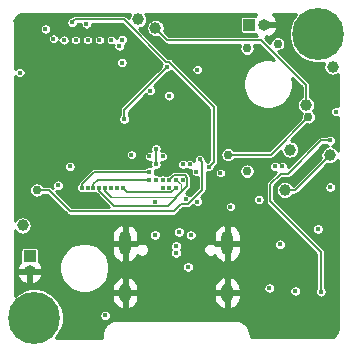
<source format=gbr>
%TF.GenerationSoftware,KiCad,Pcbnew,(5.1.6)-1*%
%TF.CreationDate,2021-01-25T15:06:37+00:00*%
%TF.ProjectId,OpenPnPVis,4f70656e-506e-4505-9669-732e6b696361,003*%
%TF.SameCoordinates,Original*%
%TF.FileFunction,Copper,L2,Inr*%
%TF.FilePolarity,Positive*%
%FSLAX46Y46*%
G04 Gerber Fmt 4.6, Leading zero omitted, Abs format (unit mm)*
G04 Created by KiCad (PCBNEW (5.1.6)-1) date 2021-01-25 15:06:37*
%MOMM*%
%LPD*%
G01*
G04 APERTURE LIST*
%TA.AperFunction,ViaPad*%
%ADD10O,1.000000X1.000000*%
%TD*%
%TA.AperFunction,ViaPad*%
%ADD11R,1.000000X1.000000*%
%TD*%
%TA.AperFunction,ViaPad*%
%ADD12O,1.000000X2.100000*%
%TD*%
%TA.AperFunction,ViaPad*%
%ADD13O,1.000000X1.600000*%
%TD*%
%TA.AperFunction,ViaPad*%
%ADD14C,0.700000*%
%TD*%
%TA.AperFunction,ViaPad*%
%ADD15C,4.400000*%
%TD*%
%TA.AperFunction,ViaPad*%
%ADD16C,1.000000*%
%TD*%
%TA.AperFunction,ViaPad*%
%ADD17C,0.450000*%
%TD*%
%TA.AperFunction,ViaPad*%
%ADD18C,0.400000*%
%TD*%
%TA.AperFunction,ViaPad*%
%ADD19C,0.750000*%
%TD*%
%TA.AperFunction,Conductor*%
%ADD20C,0.200000*%
%TD*%
%TA.AperFunction,Conductor*%
%ADD21C,0.131000*%
%TD*%
%TA.AperFunction,Conductor*%
%ADD22C,0.100000*%
%TD*%
%TA.AperFunction,Conductor*%
%ADD23C,0.254000*%
%TD*%
G04 APERTURE END LIST*
D10*
%TO.N,GND*%
%TO.C,J3*%
X96470000Y-88000000D03*
D11*
%TO.N,/CAM_TRIG*%
X95200000Y-88000000D03*
%TD*%
D10*
%TO.N,GND*%
%TO.C,J2*%
X76600000Y-108870000D03*
D11*
%TO.N,LED_V+*%
X76600000Y-107600000D03*
%TD*%
D12*
%TO.N,GND*%
%TO.C,J4*%
X93320000Y-106520000D03*
X84680000Y-106520000D03*
D13*
X93320000Y-110700000D03*
X84680000Y-110700000D03*
%TD*%
D14*
%TO.N,Net-(C19-Pad2)*%
%TO.C,H2*%
X78166726Y-111633274D03*
X77000000Y-111150000D03*
X75833274Y-111633274D03*
X75350000Y-112800000D03*
X75833274Y-113966726D03*
X77000000Y-114450000D03*
X78166726Y-113966726D03*
X78650000Y-112800000D03*
D15*
X77000000Y-112800000D03*
%TD*%
D14*
%TO.N,Net-(C17-Pad2)*%
%TO.C,H1*%
X102166726Y-87633274D03*
X101000000Y-87150000D03*
X99833274Y-87633274D03*
X99350000Y-88800000D03*
X99833274Y-89966726D03*
X101000000Y-90450000D03*
X102166726Y-89966726D03*
X102650000Y-88800000D03*
D15*
X101000000Y-88800000D03*
%TD*%
D16*
%TO.N,+3V3*%
X102000000Y-99050000D03*
X100000000Y-94800000D03*
X102250000Y-91550000D03*
X87250000Y-88300000D03*
X98200000Y-102000000D03*
D17*
X84400000Y-91200000D03*
X97800000Y-106600000D03*
D18*
X102506190Y-95365608D03*
D17*
%TO.N,+5V*%
X101000000Y-105300000D03*
D19*
X95000000Y-100400000D03*
D18*
%TO.N,GND*%
X94000000Y-95200000D03*
D19*
X102000000Y-96800000D03*
D18*
X82500000Y-91300000D03*
X79500000Y-91300000D03*
X81000000Y-92800000D03*
X79500000Y-94300000D03*
X88805326Y-100270608D03*
X84000000Y-95050000D03*
X90400000Y-104400000D03*
X89400000Y-103800000D03*
D19*
X102000000Y-100800000D03*
D17*
X84400000Y-92800000D03*
X79400000Y-88400000D03*
X86200000Y-91600000D03*
D18*
X94400000Y-98400000D03*
X94400000Y-99600000D03*
X93600000Y-100200000D03*
X90410000Y-101714991D03*
D19*
X97200000Y-96400000D03*
D16*
X91000000Y-96400000D03*
D17*
%TO.N,Net-(D1-Pad2)*%
X83000000Y-112600000D03*
%TO.N,Net-(D2-Pad2)*%
X96000000Y-102800000D03*
D18*
%TO.N,/H_Valid*%
X86720000Y-99150000D03*
X78600000Y-89200000D03*
%TO.N,/F_VALID*%
X85200000Y-99000000D03*
X81400000Y-87950000D03*
D17*
%TO.N,/C_DAT7*%
X86720000Y-100470000D03*
D18*
X81000000Y-101800000D03*
D17*
%TO.N,/C_DAT5*%
X86720000Y-101130000D03*
D18*
X82000000Y-101800000D03*
D17*
%TO.N,/C_DAT6*%
X87290000Y-101130000D03*
D18*
X81500000Y-101800000D03*
D17*
%TO.N,/C_DAT2*%
X87860000Y-101790000D03*
D18*
X83500000Y-101800000D03*
D17*
%TO.N,/C_DAT4*%
X88430000Y-101130000D03*
D18*
X82500000Y-101800000D03*
D17*
%TO.N,/C_DAT1*%
X88430000Y-101790000D03*
D18*
X84000000Y-101800000D03*
D17*
%TO.N,/C_DAT3*%
X89000000Y-101130000D03*
D18*
X83000000Y-101800000D03*
%TO.N,/C_DAT0*%
X84500000Y-101800000D03*
D17*
X89000000Y-101790000D03*
%TO.N,/XO*%
X90800000Y-91800000D03*
%TO.N,Net-(R6-Pad2)*%
X84600000Y-96000000D03*
X88200000Y-91600000D03*
D18*
%TO.N,Net-(R8-Pad2)*%
X79500000Y-89300000D03*
%TO.N,Net-(R9-Pad2)*%
X80500000Y-89300000D03*
%TO.N,Net-(R10-Pad2)*%
X81500000Y-89300000D03*
%TO.N,Net-(R11-Pad2)*%
X82500000Y-89300000D03*
%TO.N,Net-(R12-Pad2)*%
X83500000Y-89300000D03*
%TO.N,Net-(R13-Pad2)*%
X86800000Y-93600000D03*
D17*
%TO.N,/SDA*%
X84433195Y-89266333D03*
X89570000Y-101130000D03*
D18*
%TO.N,/SCL*%
X90140000Y-99810000D03*
D17*
X84200000Y-89800000D03*
D18*
%TO.N,/~OE*%
X91750000Y-100050000D03*
D17*
X80200000Y-87800000D03*
%TO.N,/DV10*%
X77937500Y-88362500D03*
D18*
%TO.N,+2V8*%
X91000000Y-99400000D03*
D19*
X97600000Y-89600000D03*
D18*
X87290000Y-99810000D03*
X87290000Y-98490000D03*
D17*
X87860000Y-101130000D03*
D19*
X77200000Y-102000000D03*
D18*
%TO.N,+1V2*%
X90710000Y-100470000D03*
X89808601Y-102758295D03*
D19*
X100200000Y-95800000D03*
X93400000Y-99000000D03*
D18*
X89570000Y-99810000D03*
D17*
%TO.N,/33MHZ_CLK*%
X79000000Y-101600000D03*
D18*
%TO.N,/Sensor_CLK*%
X87860000Y-99150000D03*
D17*
X80000000Y-100000000D03*
X88400000Y-94000000D03*
D18*
%TO.N,/CAM_TRIG*%
X92750000Y-100550000D03*
D19*
X95000000Y-90000000D03*
D17*
%TO.N,/Power/VIN*%
X90000000Y-108500000D03*
D16*
X76000000Y-105000000D03*
D17*
%TO.N,USB_D+*%
X88999032Y-107315421D03*
X89250000Y-105550000D03*
%TO.N,USB_D-*%
X89006816Y-106739816D03*
%TO.N,/Power/AT_TINY_RST*%
X96900000Y-110300000D03*
X97350000Y-100000000D03*
%TO.N,/Power/1V2_EN*%
X101250000Y-110600000D03*
X102050000Y-97800000D03*
%TO.N,/Power/2V5_EN*%
X102050000Y-101750000D03*
X98000000Y-100000000D03*
X99100000Y-110550000D03*
%TO.N,Net-(J4-PadB5)*%
X87200000Y-105800000D03*
%TO.N,Net-(J4-PadA5)*%
X90230000Y-105800000D03*
D16*
%TO.N,VAA*%
X85750000Y-87550000D03*
D18*
X87200000Y-103000000D03*
X90800000Y-103000000D03*
D17*
X75750000Y-92050000D03*
D18*
X93600000Y-103400000D03*
D16*
X98625000Y-98575000D03*
%TD*%
D20*
%TO.N,+3V3*%
X100000000Y-93135648D02*
X96164352Y-89300000D01*
X96164352Y-89300000D02*
X88250000Y-89300000D01*
X100000000Y-94800000D02*
X100000000Y-93135648D01*
X88250000Y-89300000D02*
X87250000Y-88300000D01*
X102000000Y-99050000D02*
X99050000Y-102000000D01*
X99050000Y-102000000D02*
X98200000Y-102000000D01*
D21*
%TO.N,/C_DAT7*%
X81000000Y-101800000D02*
X81000000Y-101517158D01*
X82047158Y-100470000D02*
X86720000Y-100470000D01*
X81000000Y-101517158D02*
X82047158Y-100470000D01*
%TO.N,/C_DAT5*%
X82000000Y-101517158D02*
X82000000Y-101800000D01*
X86720000Y-101130000D02*
X82387158Y-101130000D01*
X82387158Y-101130000D02*
X82000000Y-101517158D01*
%TO.N,/C_DAT2*%
X87850000Y-101800000D02*
X87860000Y-101790000D01*
%TO.N,/C_DAT4*%
X88820501Y-100739499D02*
X88430000Y-101130000D01*
X89757441Y-100739499D02*
X88820501Y-100739499D01*
X89960501Y-100942559D02*
X89757441Y-100739499D01*
X82500000Y-102082842D02*
X83782659Y-103365501D01*
X82500000Y-101800000D02*
X82500000Y-102082842D01*
X88284277Y-103365501D02*
X89960501Y-101689277D01*
X89960501Y-101689277D02*
X89960501Y-100942559D01*
X83782659Y-103365501D02*
X88284277Y-103365501D01*
%TO.N,/C_DAT3*%
X83000000Y-102082842D02*
X83467158Y-102550000D01*
X83000000Y-101800000D02*
X83000000Y-102082842D01*
D22*
X88795002Y-102550000D02*
X83467158Y-102550000D01*
X89375001Y-101970001D02*
X88795002Y-102550000D01*
X89000000Y-101130000D02*
X89375001Y-101505001D01*
X89375001Y-101505001D02*
X89375001Y-101970001D01*
D21*
%TO.N,/C_DAT0*%
X84880501Y-102180501D02*
X84500000Y-101800000D01*
X89000000Y-101790000D02*
X88609499Y-102180501D01*
X88609499Y-102180501D02*
X84880501Y-102180501D01*
D20*
%TO.N,Net-(R6-Pad2)*%
X84600000Y-96000000D02*
X84600000Y-95200000D01*
X84600000Y-95200000D02*
X88200000Y-91600000D01*
%TO.N,/~OE*%
X80450001Y-87549999D02*
X84549999Y-87549999D01*
X80200000Y-87800000D02*
X80450001Y-87549999D01*
X84549999Y-87549999D02*
X88174999Y-91174999D01*
X88404001Y-91174999D02*
X92200000Y-94970998D01*
X88174999Y-91174999D02*
X88404001Y-91174999D01*
X92200000Y-99600000D02*
X91750000Y-100050000D01*
X92200000Y-94970998D02*
X92200000Y-99600000D01*
%TO.N,+2V8*%
X87290000Y-99810000D02*
X87290000Y-98490000D01*
X91199999Y-101958899D02*
X91199999Y-99599999D01*
X78200000Y-102000000D02*
X80000000Y-103800000D01*
X77200000Y-102000000D02*
X78200000Y-102000000D01*
X90000602Y-103158296D02*
X91199999Y-101958899D01*
X80000000Y-103800000D02*
X88807998Y-103800000D01*
X91199999Y-99599999D02*
X91000000Y-99400000D01*
X89449702Y-103158296D02*
X90000602Y-103158296D01*
X88807998Y-103800000D02*
X89449702Y-103158296D01*
%TO.N,+1V2*%
X97000000Y-99000000D02*
X100200000Y-95800000D01*
X93400000Y-99000000D02*
X97000000Y-99000000D01*
%TO.N,/Power/1V2_EN*%
X101250000Y-110600000D02*
X101250000Y-107250000D01*
X101250000Y-107250000D02*
X96950000Y-102950000D01*
X96950000Y-102950000D02*
X96950000Y-101500000D01*
X96950000Y-101500000D02*
X97850000Y-100600000D01*
X97850000Y-100600000D02*
X98500000Y-100600000D01*
X98500000Y-100600000D02*
X101300000Y-97800000D01*
X101300000Y-97800000D02*
X102050000Y-97800000D01*
%TD*%
D23*
%TO.N,GND*%
G36*
X75935897Y-87122268D02*
G01*
X75983939Y-87127000D01*
X85098149Y-87127000D01*
X85061431Y-87181952D01*
X85002859Y-87323357D01*
X84978579Y-87445421D01*
X84829676Y-87296518D01*
X84817868Y-87282130D01*
X84760462Y-87235018D01*
X84694969Y-87200011D01*
X84623904Y-87178454D01*
X84568518Y-87172999D01*
X84568511Y-87172999D01*
X84549999Y-87171176D01*
X84531487Y-87172999D01*
X80468520Y-87172999D01*
X80450001Y-87171175D01*
X80376095Y-87178454D01*
X80350448Y-87186234D01*
X80305031Y-87200011D01*
X80239538Y-87235018D01*
X80182132Y-87282130D01*
X80170324Y-87296518D01*
X80168842Y-87298000D01*
X80150557Y-87298000D01*
X80053572Y-87317292D01*
X79962214Y-87355133D01*
X79879994Y-87410071D01*
X79810071Y-87479994D01*
X79755133Y-87562214D01*
X79717292Y-87653572D01*
X79698000Y-87750557D01*
X79698000Y-87849443D01*
X79717292Y-87946428D01*
X79755133Y-88037786D01*
X79810071Y-88120006D01*
X79879994Y-88189929D01*
X79962214Y-88244867D01*
X80053572Y-88282708D01*
X80150557Y-88302000D01*
X80249443Y-88302000D01*
X80346428Y-88282708D01*
X80437786Y-88244867D01*
X80520006Y-88189929D01*
X80589929Y-88120006D01*
X80644867Y-88037786D01*
X80682708Y-87946428D01*
X80686573Y-87926999D01*
X80923000Y-87926999D01*
X80923000Y-87996980D01*
X80941331Y-88089136D01*
X80977288Y-88175944D01*
X81029490Y-88254070D01*
X81095930Y-88320510D01*
X81174056Y-88372712D01*
X81260864Y-88408669D01*
X81353020Y-88427000D01*
X81446980Y-88427000D01*
X81539136Y-88408669D01*
X81625944Y-88372712D01*
X81704070Y-88320510D01*
X81770510Y-88254070D01*
X81822712Y-88175944D01*
X81858669Y-88089136D01*
X81877000Y-87996980D01*
X81877000Y-87926999D01*
X84393841Y-87926999D01*
X87784742Y-91317901D01*
X87755133Y-91362214D01*
X87717292Y-91453572D01*
X87698000Y-91550557D01*
X87698000Y-91568841D01*
X84346514Y-94920328D01*
X84332132Y-94932131D01*
X84320329Y-94946513D01*
X84320326Y-94946516D01*
X84285020Y-94989537D01*
X84250012Y-95055031D01*
X84228455Y-95126095D01*
X84221177Y-95200000D01*
X84223001Y-95218521D01*
X84223000Y-95667065D01*
X84210071Y-95679994D01*
X84155133Y-95762214D01*
X84117292Y-95853572D01*
X84098000Y-95950557D01*
X84098000Y-96049443D01*
X84117292Y-96146428D01*
X84155133Y-96237786D01*
X84210071Y-96320006D01*
X84279994Y-96389929D01*
X84362214Y-96444867D01*
X84453572Y-96482708D01*
X84550557Y-96502000D01*
X84649443Y-96502000D01*
X84746428Y-96482708D01*
X84837786Y-96444867D01*
X84920006Y-96389929D01*
X84989929Y-96320006D01*
X85044867Y-96237786D01*
X85082708Y-96146428D01*
X85102000Y-96049443D01*
X85102000Y-95950557D01*
X85082708Y-95853572D01*
X85044867Y-95762214D01*
X84989929Y-95679994D01*
X84977000Y-95667065D01*
X84977000Y-95356158D01*
X86429329Y-93903829D01*
X86429490Y-93904070D01*
X86495930Y-93970510D01*
X86574056Y-94022712D01*
X86660864Y-94058669D01*
X86753020Y-94077000D01*
X86846980Y-94077000D01*
X86939136Y-94058669D01*
X87025944Y-94022712D01*
X87104070Y-93970510D01*
X87124023Y-93950557D01*
X87898000Y-93950557D01*
X87898000Y-94049443D01*
X87917292Y-94146428D01*
X87955133Y-94237786D01*
X88010071Y-94320006D01*
X88079994Y-94389929D01*
X88162214Y-94444867D01*
X88253572Y-94482708D01*
X88350557Y-94502000D01*
X88449443Y-94502000D01*
X88546428Y-94482708D01*
X88637786Y-94444867D01*
X88720006Y-94389929D01*
X88789929Y-94320006D01*
X88844867Y-94237786D01*
X88882708Y-94146428D01*
X88902000Y-94049443D01*
X88902000Y-93950557D01*
X88882708Y-93853572D01*
X88844867Y-93762214D01*
X88789929Y-93679994D01*
X88720006Y-93610071D01*
X88637786Y-93555133D01*
X88546428Y-93517292D01*
X88449443Y-93498000D01*
X88350557Y-93498000D01*
X88253572Y-93517292D01*
X88162214Y-93555133D01*
X88079994Y-93610071D01*
X88010071Y-93679994D01*
X87955133Y-93762214D01*
X87917292Y-93853572D01*
X87898000Y-93950557D01*
X87124023Y-93950557D01*
X87170510Y-93904070D01*
X87222712Y-93825944D01*
X87258669Y-93739136D01*
X87277000Y-93646980D01*
X87277000Y-93553020D01*
X87258669Y-93460864D01*
X87222712Y-93374056D01*
X87170510Y-93295930D01*
X87104070Y-93229490D01*
X87103829Y-93229329D01*
X88231159Y-92102000D01*
X88249443Y-92102000D01*
X88346428Y-92082708D01*
X88437786Y-92044867D01*
X88520006Y-91989929D01*
X88589929Y-91920006D01*
X88600312Y-91904468D01*
X91823000Y-95127156D01*
X91823001Y-99443840D01*
X91691562Y-99575279D01*
X91610864Y-99591331D01*
X91578349Y-99604799D01*
X91578822Y-99599998D01*
X91576999Y-99581489D01*
X91576999Y-99581480D01*
X91571544Y-99526094D01*
X91549987Y-99455029D01*
X91514980Y-99389536D01*
X91474437Y-99340134D01*
X91458669Y-99260864D01*
X91422712Y-99174056D01*
X91370510Y-99095930D01*
X91304070Y-99029490D01*
X91225944Y-98977288D01*
X91139136Y-98941331D01*
X91046980Y-98923000D01*
X90953020Y-98923000D01*
X90860864Y-98941331D01*
X90774056Y-98977288D01*
X90695930Y-99029490D01*
X90629490Y-99095930D01*
X90577288Y-99174056D01*
X90541331Y-99260864D01*
X90523000Y-99353020D01*
X90523000Y-99446980D01*
X90541331Y-99539136D01*
X90555412Y-99573131D01*
X90510510Y-99505930D01*
X90444070Y-99439490D01*
X90365944Y-99387288D01*
X90279136Y-99351331D01*
X90186980Y-99333000D01*
X90093020Y-99333000D01*
X90000864Y-99351331D01*
X89914056Y-99387288D01*
X89855000Y-99426748D01*
X89795944Y-99387288D01*
X89709136Y-99351331D01*
X89616980Y-99333000D01*
X89523020Y-99333000D01*
X89430864Y-99351331D01*
X89344056Y-99387288D01*
X89265930Y-99439490D01*
X89199490Y-99505930D01*
X89147288Y-99584056D01*
X89111331Y-99670864D01*
X89093000Y-99763020D01*
X89093000Y-99856980D01*
X89111331Y-99949136D01*
X89147288Y-100035944D01*
X89199490Y-100114070D01*
X89265930Y-100180510D01*
X89344056Y-100232712D01*
X89430864Y-100268669D01*
X89523020Y-100287000D01*
X89616980Y-100287000D01*
X89709136Y-100268669D01*
X89795944Y-100232712D01*
X89855000Y-100193252D01*
X89914056Y-100232712D01*
X90000864Y-100268669D01*
X90093020Y-100287000D01*
X90186980Y-100287000D01*
X90276910Y-100269112D01*
X90251331Y-100330864D01*
X90233000Y-100423020D01*
X90233000Y-100516980D01*
X90251331Y-100609136D01*
X90287288Y-100695944D01*
X90339490Y-100774070D01*
X90405930Y-100840510D01*
X90484056Y-100892712D01*
X90570864Y-100928669D01*
X90663020Y-100947000D01*
X90756980Y-100947000D01*
X90822999Y-100933868D01*
X90822999Y-101802741D01*
X90175313Y-102450427D01*
X90112671Y-102387785D01*
X90034545Y-102335583D01*
X89947737Y-102299626D01*
X89855581Y-102281295D01*
X89852851Y-102281295D01*
X90190791Y-101943355D01*
X90203856Y-101932633D01*
X90246657Y-101880480D01*
X90278461Y-101820980D01*
X90298045Y-101756419D01*
X90303001Y-101706101D01*
X90303001Y-101706098D01*
X90304658Y-101689277D01*
X90303001Y-101672456D01*
X90303001Y-100959379D01*
X90304658Y-100942558D01*
X90302486Y-100920510D01*
X90298045Y-100875417D01*
X90278461Y-100810856D01*
X90249223Y-100756156D01*
X90246657Y-100751355D01*
X90233854Y-100735755D01*
X90203857Y-100699203D01*
X90190781Y-100688472D01*
X90011528Y-100509219D01*
X90000797Y-100496143D01*
X89948644Y-100453343D01*
X89889144Y-100421539D01*
X89824583Y-100401955D01*
X89774265Y-100396999D01*
X89774262Y-100396999D01*
X89757441Y-100395342D01*
X89740620Y-100396999D01*
X88837322Y-100396999D01*
X88820501Y-100395342D01*
X88803680Y-100396999D01*
X88803677Y-100396999D01*
X88753359Y-100401955D01*
X88688798Y-100421539D01*
X88629298Y-100453343D01*
X88577145Y-100496143D01*
X88566418Y-100509214D01*
X88447632Y-100628000D01*
X88380557Y-100628000D01*
X88283572Y-100647292D01*
X88192214Y-100685133D01*
X88145000Y-100716681D01*
X88097786Y-100685133D01*
X88006428Y-100647292D01*
X87909443Y-100628000D01*
X87810557Y-100628000D01*
X87713572Y-100647292D01*
X87622214Y-100685133D01*
X87575000Y-100716681D01*
X87527786Y-100685133D01*
X87436428Y-100647292D01*
X87339443Y-100628000D01*
X87240557Y-100628000D01*
X87194086Y-100637244D01*
X87202708Y-100616428D01*
X87222000Y-100519443D01*
X87222000Y-100420557D01*
X87202708Y-100323572D01*
X87182580Y-100274978D01*
X87243020Y-100287000D01*
X87336980Y-100287000D01*
X87429136Y-100268669D01*
X87515944Y-100232712D01*
X87594070Y-100180510D01*
X87660510Y-100114070D01*
X87712712Y-100035944D01*
X87748669Y-99949136D01*
X87767000Y-99856980D01*
X87767000Y-99763020D01*
X87748669Y-99670864D01*
X87723090Y-99609112D01*
X87813020Y-99627000D01*
X87906980Y-99627000D01*
X87999136Y-99608669D01*
X88085944Y-99572712D01*
X88164070Y-99520510D01*
X88230510Y-99454070D01*
X88282712Y-99375944D01*
X88318669Y-99289136D01*
X88337000Y-99196980D01*
X88337000Y-99103020D01*
X88318669Y-99010864D01*
X88282712Y-98924056D01*
X88230510Y-98845930D01*
X88164070Y-98779490D01*
X88085944Y-98727288D01*
X87999136Y-98691331D01*
X87906980Y-98673000D01*
X87813020Y-98673000D01*
X87723090Y-98690888D01*
X87748669Y-98629136D01*
X87767000Y-98536980D01*
X87767000Y-98443020D01*
X87748669Y-98350864D01*
X87712712Y-98264056D01*
X87660510Y-98185930D01*
X87594070Y-98119490D01*
X87515944Y-98067288D01*
X87429136Y-98031331D01*
X87336980Y-98013000D01*
X87243020Y-98013000D01*
X87150864Y-98031331D01*
X87064056Y-98067288D01*
X86985930Y-98119490D01*
X86919490Y-98185930D01*
X86867288Y-98264056D01*
X86831331Y-98350864D01*
X86813000Y-98443020D01*
X86813000Y-98536980D01*
X86831331Y-98629136D01*
X86856910Y-98690888D01*
X86766980Y-98673000D01*
X86673020Y-98673000D01*
X86580864Y-98691331D01*
X86494056Y-98727288D01*
X86415930Y-98779490D01*
X86349490Y-98845930D01*
X86297288Y-98924056D01*
X86261331Y-99010864D01*
X86243000Y-99103020D01*
X86243000Y-99196980D01*
X86261331Y-99289136D01*
X86297288Y-99375944D01*
X86349490Y-99454070D01*
X86415930Y-99520510D01*
X86494056Y-99572712D01*
X86580864Y-99608669D01*
X86673020Y-99627000D01*
X86766980Y-99627000D01*
X86856910Y-99609112D01*
X86831331Y-99670864D01*
X86813000Y-99763020D01*
X86813000Y-99856980D01*
X86831331Y-99949136D01*
X86845403Y-99983110D01*
X86769443Y-99968000D01*
X86670557Y-99968000D01*
X86573572Y-99987292D01*
X86482214Y-100025133D01*
X86399994Y-100080071D01*
X86352565Y-100127500D01*
X82063978Y-100127500D01*
X82047157Y-100125843D01*
X82030336Y-100127500D01*
X82030334Y-100127500D01*
X81980016Y-100132456D01*
X81915455Y-100152040D01*
X81900586Y-100159988D01*
X81855954Y-100183844D01*
X81829990Y-100205152D01*
X81803802Y-100226644D01*
X81793076Y-100239714D01*
X80769715Y-101263076D01*
X80756645Y-101273802D01*
X80713844Y-101325955D01*
X80682040Y-101385455D01*
X80662456Y-101450016D01*
X80661041Y-101464379D01*
X80629490Y-101495930D01*
X80577288Y-101574056D01*
X80541331Y-101660864D01*
X80523000Y-101753020D01*
X80523000Y-101846980D01*
X80541331Y-101939136D01*
X80577288Y-102025944D01*
X80629490Y-102104070D01*
X80695930Y-102170510D01*
X80774056Y-102222712D01*
X80860864Y-102258669D01*
X80953020Y-102277000D01*
X81046980Y-102277000D01*
X81139136Y-102258669D01*
X81225944Y-102222712D01*
X81250000Y-102206638D01*
X81274056Y-102222712D01*
X81360864Y-102258669D01*
X81453020Y-102277000D01*
X81546980Y-102277000D01*
X81639136Y-102258669D01*
X81725944Y-102222712D01*
X81750000Y-102206638D01*
X81774056Y-102222712D01*
X81860864Y-102258669D01*
X81953020Y-102277000D01*
X82046980Y-102277000D01*
X82139136Y-102258669D01*
X82193573Y-102236121D01*
X82213844Y-102274045D01*
X82256645Y-102326198D01*
X82269715Y-102336924D01*
X83355790Y-103423000D01*
X80156158Y-103423000D01*
X78789205Y-102056047D01*
X78853572Y-102082708D01*
X78950557Y-102102000D01*
X79049443Y-102102000D01*
X79146428Y-102082708D01*
X79237786Y-102044867D01*
X79320006Y-101989929D01*
X79389929Y-101920006D01*
X79444867Y-101837786D01*
X79482708Y-101746428D01*
X79502000Y-101649443D01*
X79502000Y-101550557D01*
X79482708Y-101453572D01*
X79444867Y-101362214D01*
X79389929Y-101279994D01*
X79320006Y-101210071D01*
X79237786Y-101155133D01*
X79146428Y-101117292D01*
X79049443Y-101098000D01*
X78950557Y-101098000D01*
X78853572Y-101117292D01*
X78762214Y-101155133D01*
X78679994Y-101210071D01*
X78610071Y-101279994D01*
X78555133Y-101362214D01*
X78517292Y-101453572D01*
X78498000Y-101550557D01*
X78498000Y-101649443D01*
X78517292Y-101746428D01*
X78543953Y-101810795D01*
X78479674Y-101746516D01*
X78467869Y-101732131D01*
X78410463Y-101685019D01*
X78344970Y-101650012D01*
X78273905Y-101628455D01*
X78218519Y-101623000D01*
X78218512Y-101623000D01*
X78200000Y-101621177D01*
X78181488Y-101623000D01*
X77732251Y-101623000D01*
X77706442Y-101584374D01*
X77615626Y-101493558D01*
X77508838Y-101422205D01*
X77390181Y-101373056D01*
X77264216Y-101348000D01*
X77135784Y-101348000D01*
X77009819Y-101373056D01*
X76891162Y-101422205D01*
X76784374Y-101493558D01*
X76693558Y-101584374D01*
X76622205Y-101691162D01*
X76573056Y-101809819D01*
X76548000Y-101935784D01*
X76548000Y-102064216D01*
X76573056Y-102190181D01*
X76622205Y-102308838D01*
X76693558Y-102415626D01*
X76784374Y-102506442D01*
X76891162Y-102577795D01*
X77009819Y-102626944D01*
X77135784Y-102652000D01*
X77264216Y-102652000D01*
X77390181Y-102626944D01*
X77508838Y-102577795D01*
X77615626Y-102506442D01*
X77706442Y-102415626D01*
X77732251Y-102377000D01*
X78043842Y-102377000D01*
X79720323Y-104053481D01*
X79732131Y-104067869D01*
X79789537Y-104114981D01*
X79855030Y-104149988D01*
X79926095Y-104171545D01*
X79981481Y-104177000D01*
X79981490Y-104177000D01*
X79999999Y-104178823D01*
X80018508Y-104177000D01*
X88789486Y-104177000D01*
X88807998Y-104178823D01*
X88826510Y-104177000D01*
X88826517Y-104177000D01*
X88881903Y-104171545D01*
X88952968Y-104149988D01*
X89018461Y-104114981D01*
X89075867Y-104067869D01*
X89087675Y-104053481D01*
X89605860Y-103535296D01*
X89982090Y-103535296D01*
X90000602Y-103537119D01*
X90019114Y-103535296D01*
X90019121Y-103535296D01*
X90074507Y-103529841D01*
X90145572Y-103508284D01*
X90211065Y-103473277D01*
X90268471Y-103426165D01*
X90280279Y-103411777D01*
X90412866Y-103279190D01*
X90429490Y-103304070D01*
X90495930Y-103370510D01*
X90574056Y-103422712D01*
X90660864Y-103458669D01*
X90753020Y-103477000D01*
X90846980Y-103477000D01*
X90939136Y-103458669D01*
X91025944Y-103422712D01*
X91104070Y-103370510D01*
X91121560Y-103353020D01*
X93123000Y-103353020D01*
X93123000Y-103446980D01*
X93141331Y-103539136D01*
X93177288Y-103625944D01*
X93229490Y-103704070D01*
X93295930Y-103770510D01*
X93374056Y-103822712D01*
X93460864Y-103858669D01*
X93553020Y-103877000D01*
X93646980Y-103877000D01*
X93739136Y-103858669D01*
X93825944Y-103822712D01*
X93904070Y-103770510D01*
X93970510Y-103704070D01*
X94022712Y-103625944D01*
X94058669Y-103539136D01*
X94077000Y-103446980D01*
X94077000Y-103353020D01*
X94058669Y-103260864D01*
X94022712Y-103174056D01*
X93970510Y-103095930D01*
X93904070Y-103029490D01*
X93825944Y-102977288D01*
X93739136Y-102941331D01*
X93646980Y-102923000D01*
X93553020Y-102923000D01*
X93460864Y-102941331D01*
X93374056Y-102977288D01*
X93295930Y-103029490D01*
X93229490Y-103095930D01*
X93177288Y-103174056D01*
X93141331Y-103260864D01*
X93123000Y-103353020D01*
X91121560Y-103353020D01*
X91170510Y-103304070D01*
X91222712Y-103225944D01*
X91258669Y-103139136D01*
X91277000Y-103046980D01*
X91277000Y-102953020D01*
X91258669Y-102860864D01*
X91222712Y-102774056D01*
X91207011Y-102750557D01*
X95498000Y-102750557D01*
X95498000Y-102849443D01*
X95517292Y-102946428D01*
X95555133Y-103037786D01*
X95610071Y-103120006D01*
X95679994Y-103189929D01*
X95762214Y-103244867D01*
X95853572Y-103282708D01*
X95950557Y-103302000D01*
X96049443Y-103302000D01*
X96146428Y-103282708D01*
X96237786Y-103244867D01*
X96320006Y-103189929D01*
X96389929Y-103120006D01*
X96444867Y-103037786D01*
X96482708Y-102946428D01*
X96502000Y-102849443D01*
X96502000Y-102750557D01*
X96482708Y-102653572D01*
X96444867Y-102562214D01*
X96389929Y-102479994D01*
X96320006Y-102410071D01*
X96237786Y-102355133D01*
X96146428Y-102317292D01*
X96049443Y-102298000D01*
X95950557Y-102298000D01*
X95853572Y-102317292D01*
X95762214Y-102355133D01*
X95679994Y-102410071D01*
X95610071Y-102479994D01*
X95555133Y-102562214D01*
X95517292Y-102653572D01*
X95498000Y-102750557D01*
X91207011Y-102750557D01*
X91170510Y-102695930D01*
X91104070Y-102629490D01*
X91079190Y-102612866D01*
X91453481Y-102238575D01*
X91467868Y-102226768D01*
X91514980Y-102169362D01*
X91549987Y-102103869D01*
X91560259Y-102070006D01*
X91571544Y-102032805D01*
X91578823Y-101958899D01*
X91576999Y-101940380D01*
X91576999Y-100494642D01*
X91610864Y-100508669D01*
X91703020Y-100527000D01*
X91796980Y-100527000D01*
X91889136Y-100508669D01*
X91902773Y-100503020D01*
X92273000Y-100503020D01*
X92273000Y-100596980D01*
X92291331Y-100689136D01*
X92327288Y-100775944D01*
X92379490Y-100854070D01*
X92445930Y-100920510D01*
X92524056Y-100972712D01*
X92610864Y-101008669D01*
X92703020Y-101027000D01*
X92796980Y-101027000D01*
X92889136Y-101008669D01*
X92975944Y-100972712D01*
X93054070Y-100920510D01*
X93120510Y-100854070D01*
X93172712Y-100775944D01*
X93208669Y-100689136D01*
X93227000Y-100596980D01*
X93227000Y-100503020D01*
X93208669Y-100410864D01*
X93177570Y-100335784D01*
X94348000Y-100335784D01*
X94348000Y-100464216D01*
X94373056Y-100590181D01*
X94422205Y-100708838D01*
X94493558Y-100815626D01*
X94584374Y-100906442D01*
X94691162Y-100977795D01*
X94809819Y-101026944D01*
X94935784Y-101052000D01*
X95064216Y-101052000D01*
X95190181Y-101026944D01*
X95308838Y-100977795D01*
X95415626Y-100906442D01*
X95506442Y-100815626D01*
X95577795Y-100708838D01*
X95626944Y-100590181D01*
X95652000Y-100464216D01*
X95652000Y-100335784D01*
X95626944Y-100209819D01*
X95577795Y-100091162D01*
X95506442Y-99984374D01*
X95415626Y-99893558D01*
X95308838Y-99822205D01*
X95190181Y-99773056D01*
X95064216Y-99748000D01*
X94935784Y-99748000D01*
X94809819Y-99773056D01*
X94691162Y-99822205D01*
X94584374Y-99893558D01*
X94493558Y-99984374D01*
X94422205Y-100091162D01*
X94373056Y-100209819D01*
X94348000Y-100335784D01*
X93177570Y-100335784D01*
X93172712Y-100324056D01*
X93120510Y-100245930D01*
X93054070Y-100179490D01*
X92975944Y-100127288D01*
X92889136Y-100091331D01*
X92796980Y-100073000D01*
X92703020Y-100073000D01*
X92610864Y-100091331D01*
X92524056Y-100127288D01*
X92445930Y-100179490D01*
X92379490Y-100245930D01*
X92327288Y-100324056D01*
X92291331Y-100410864D01*
X92273000Y-100503020D01*
X91902773Y-100503020D01*
X91975944Y-100472712D01*
X92054070Y-100420510D01*
X92120510Y-100354070D01*
X92172712Y-100275944D01*
X92208669Y-100189136D01*
X92224721Y-100108438D01*
X92453487Y-99879672D01*
X92467869Y-99867869D01*
X92514981Y-99810463D01*
X92549988Y-99744970D01*
X92571545Y-99673905D01*
X92577000Y-99618519D01*
X92577000Y-99618510D01*
X92578823Y-99600001D01*
X92577000Y-99581492D01*
X92577000Y-94989506D01*
X92578823Y-94970997D01*
X92577000Y-94952488D01*
X92577000Y-94952479D01*
X92571545Y-94897093D01*
X92549988Y-94826028D01*
X92514981Y-94760535D01*
X92467869Y-94703129D01*
X92453482Y-94691322D01*
X89512717Y-91750557D01*
X90298000Y-91750557D01*
X90298000Y-91849443D01*
X90317292Y-91946428D01*
X90355133Y-92037786D01*
X90410071Y-92120006D01*
X90479994Y-92189929D01*
X90562214Y-92244867D01*
X90653572Y-92282708D01*
X90750557Y-92302000D01*
X90849443Y-92302000D01*
X90946428Y-92282708D01*
X91037786Y-92244867D01*
X91120006Y-92189929D01*
X91189929Y-92120006D01*
X91244867Y-92037786D01*
X91282708Y-91946428D01*
X91302000Y-91849443D01*
X91302000Y-91750557D01*
X91282708Y-91653572D01*
X91244867Y-91562214D01*
X91189929Y-91479994D01*
X91120006Y-91410071D01*
X91037786Y-91355133D01*
X90946428Y-91317292D01*
X90849443Y-91298000D01*
X90750557Y-91298000D01*
X90653572Y-91317292D01*
X90562214Y-91355133D01*
X90479994Y-91410071D01*
X90410071Y-91479994D01*
X90355133Y-91562214D01*
X90317292Y-91653572D01*
X90298000Y-91750557D01*
X89512717Y-91750557D01*
X88683678Y-90921518D01*
X88671870Y-90907130D01*
X88614464Y-90860018D01*
X88548971Y-90825011D01*
X88477906Y-90803454D01*
X88422520Y-90797999D01*
X88422513Y-90797999D01*
X88404001Y-90796176D01*
X88385489Y-90797999D01*
X88331158Y-90797999D01*
X85854579Y-88321420D01*
X85976643Y-88297141D01*
X86118048Y-88238569D01*
X86245309Y-88153536D01*
X86353536Y-88045309D01*
X86438569Y-87918048D01*
X86497141Y-87776643D01*
X86527000Y-87626528D01*
X86527000Y-87473472D01*
X86497141Y-87323357D01*
X86438569Y-87181952D01*
X86401851Y-87127000D01*
X95748017Y-87127000D01*
X95727980Y-87141135D01*
X95651433Y-87221660D01*
X94700000Y-87221660D01*
X94645699Y-87227008D01*
X94593484Y-87242847D01*
X94545363Y-87268569D01*
X94503184Y-87303184D01*
X94468569Y-87345363D01*
X94442847Y-87393484D01*
X94427008Y-87445699D01*
X94421660Y-87500000D01*
X94421660Y-88500000D01*
X94427008Y-88554301D01*
X94442847Y-88606516D01*
X94468569Y-88654637D01*
X94503184Y-88696816D01*
X94545363Y-88731431D01*
X94593484Y-88757153D01*
X94645699Y-88772992D01*
X94700000Y-88778340D01*
X95651433Y-88778340D01*
X95727980Y-88858865D01*
X95818896Y-88923000D01*
X88406159Y-88923000D01*
X87999241Y-88516083D01*
X88027000Y-88376528D01*
X88027000Y-88223472D01*
X87997141Y-88073357D01*
X87938569Y-87931952D01*
X87853536Y-87804691D01*
X87745309Y-87696464D01*
X87618048Y-87611431D01*
X87476643Y-87552859D01*
X87326528Y-87523000D01*
X87173472Y-87523000D01*
X87023357Y-87552859D01*
X86881952Y-87611431D01*
X86754691Y-87696464D01*
X86646464Y-87804691D01*
X86561431Y-87931952D01*
X86502859Y-88073357D01*
X86473000Y-88223472D01*
X86473000Y-88376528D01*
X86502859Y-88526643D01*
X86561431Y-88668048D01*
X86646464Y-88795309D01*
X86754691Y-88903536D01*
X86881952Y-88988569D01*
X87023357Y-89047141D01*
X87173472Y-89077000D01*
X87326528Y-89077000D01*
X87466083Y-89049241D01*
X87970328Y-89553487D01*
X87982131Y-89567869D01*
X87996513Y-89579672D01*
X87996515Y-89579674D01*
X88039537Y-89614981D01*
X88105030Y-89649988D01*
X88176094Y-89671545D01*
X88250000Y-89678824D01*
X88268519Y-89677000D01*
X94431668Y-89677000D01*
X94422205Y-89691162D01*
X94373056Y-89809819D01*
X94348000Y-89935784D01*
X94348000Y-90064216D01*
X94373056Y-90190181D01*
X94422205Y-90308838D01*
X94493558Y-90415626D01*
X94584374Y-90506442D01*
X94691162Y-90577795D01*
X94809819Y-90626944D01*
X94935784Y-90652000D01*
X95064216Y-90652000D01*
X95190181Y-90626944D01*
X95308838Y-90577795D01*
X95415626Y-90506442D01*
X95506442Y-90415626D01*
X95577795Y-90308838D01*
X95626944Y-90190181D01*
X95652000Y-90064216D01*
X95652000Y-89935784D01*
X95626944Y-89809819D01*
X95577795Y-89691162D01*
X95568332Y-89677000D01*
X96008194Y-89677000D01*
X97285202Y-90954008D01*
X96987666Y-90894825D01*
X96568684Y-90894825D01*
X96157752Y-90976564D01*
X95770663Y-91136902D01*
X95422291Y-91369676D01*
X95126026Y-91665941D01*
X94893252Y-92014313D01*
X94732914Y-92401402D01*
X94651175Y-92812334D01*
X94651175Y-93231316D01*
X94732914Y-93642248D01*
X94893252Y-94029337D01*
X95126026Y-94377709D01*
X95422291Y-94673974D01*
X95770663Y-94906748D01*
X96157752Y-95067086D01*
X96568684Y-95148825D01*
X96987666Y-95148825D01*
X97398598Y-95067086D01*
X97785687Y-94906748D01*
X98134059Y-94673974D01*
X98430324Y-94377709D01*
X98663098Y-94029337D01*
X98823436Y-93642248D01*
X98905175Y-93231316D01*
X98905175Y-92812334D01*
X98845992Y-92514798D01*
X99623001Y-93291807D01*
X99623000Y-94117412D01*
X99504691Y-94196464D01*
X99396464Y-94304691D01*
X99311431Y-94431952D01*
X99252859Y-94573357D01*
X99223000Y-94723472D01*
X99223000Y-94876528D01*
X99252859Y-95026643D01*
X99311431Y-95168048D01*
X99396464Y-95295309D01*
X99504691Y-95403536D01*
X99626411Y-95484867D01*
X99622205Y-95491162D01*
X99573056Y-95609819D01*
X99548000Y-95735784D01*
X99548000Y-95864216D01*
X99557063Y-95909779D01*
X96843842Y-98623000D01*
X93932251Y-98623000D01*
X93906442Y-98584374D01*
X93815626Y-98493558D01*
X93708838Y-98422205D01*
X93590181Y-98373056D01*
X93464216Y-98348000D01*
X93335784Y-98348000D01*
X93209819Y-98373056D01*
X93091162Y-98422205D01*
X92984374Y-98493558D01*
X92893558Y-98584374D01*
X92822205Y-98691162D01*
X92773056Y-98809819D01*
X92748000Y-98935784D01*
X92748000Y-99064216D01*
X92773056Y-99190181D01*
X92822205Y-99308838D01*
X92893558Y-99415626D01*
X92984374Y-99506442D01*
X93091162Y-99577795D01*
X93209819Y-99626944D01*
X93335784Y-99652000D01*
X93464216Y-99652000D01*
X93590181Y-99626944D01*
X93708838Y-99577795D01*
X93815626Y-99506442D01*
X93906442Y-99415626D01*
X93932251Y-99377000D01*
X96981488Y-99377000D01*
X97000000Y-99378823D01*
X97018512Y-99377000D01*
X97018519Y-99377000D01*
X97073905Y-99371545D01*
X97144970Y-99349988D01*
X97210463Y-99314981D01*
X97267869Y-99267869D01*
X97279677Y-99253481D01*
X97853579Y-98679579D01*
X97877859Y-98801643D01*
X97936431Y-98943048D01*
X98021464Y-99070309D01*
X98129691Y-99178536D01*
X98256952Y-99263569D01*
X98398357Y-99322141D01*
X98548472Y-99352000D01*
X98701528Y-99352000D01*
X98851643Y-99322141D01*
X98993048Y-99263569D01*
X99120309Y-99178536D01*
X99228536Y-99070309D01*
X99313569Y-98943048D01*
X99372141Y-98801643D01*
X99402000Y-98651528D01*
X99402000Y-98498472D01*
X99372141Y-98348357D01*
X99313569Y-98206952D01*
X99228536Y-98079691D01*
X99120309Y-97971464D01*
X98993048Y-97886431D01*
X98851643Y-97827859D01*
X98729579Y-97803579D01*
X100090221Y-96442937D01*
X100135784Y-96452000D01*
X100264216Y-96452000D01*
X100390181Y-96426944D01*
X100508838Y-96377795D01*
X100615626Y-96306442D01*
X100706442Y-96215626D01*
X100777795Y-96108838D01*
X100826944Y-95990181D01*
X100852000Y-95864216D01*
X100852000Y-95735784D01*
X100826944Y-95609819D01*
X100777795Y-95491162D01*
X100706442Y-95384374D01*
X100615626Y-95293558D01*
X100608077Y-95288514D01*
X100688569Y-95168048D01*
X100747141Y-95026643D01*
X100777000Y-94876528D01*
X100777000Y-94723472D01*
X100747141Y-94573357D01*
X100688569Y-94431952D01*
X100603536Y-94304691D01*
X100495309Y-94196464D01*
X100377000Y-94117413D01*
X100377000Y-93154156D01*
X100378823Y-93135647D01*
X100377000Y-93117138D01*
X100377000Y-93117129D01*
X100371545Y-93061743D01*
X100349988Y-92990678D01*
X100314981Y-92925185D01*
X100267869Y-92867779D01*
X100253481Y-92855971D01*
X97649510Y-90252000D01*
X97664216Y-90252000D01*
X97790181Y-90226944D01*
X97908838Y-90177795D01*
X98015626Y-90106442D01*
X98106442Y-90015626D01*
X98177795Y-89908838D01*
X98226944Y-89790181D01*
X98252000Y-89664216D01*
X98252000Y-89535784D01*
X98226944Y-89409819D01*
X98177795Y-89291162D01*
X98106442Y-89184374D01*
X98015626Y-89093558D01*
X97908838Y-89022205D01*
X97790181Y-88973056D01*
X97664216Y-88948000D01*
X97535784Y-88948000D01*
X97409819Y-88973056D01*
X97291162Y-89022205D01*
X97184374Y-89093558D01*
X97093558Y-89184374D01*
X97022205Y-89291162D01*
X96973056Y-89409819D01*
X96948000Y-89535784D01*
X96948000Y-89550490D01*
X96532510Y-89135000D01*
X96597002Y-89135000D01*
X96597002Y-88967955D01*
X96771874Y-89094119D01*
X96826864Y-89077446D01*
X97030206Y-88987123D01*
X97212020Y-88858865D01*
X97365318Y-88697601D01*
X97484210Y-88509529D01*
X97564126Y-88301876D01*
X97439129Y-88127000D01*
X96597000Y-88127000D01*
X96597000Y-88147000D01*
X96343000Y-88147000D01*
X96343000Y-88127000D01*
X96323000Y-88127000D01*
X96323000Y-87873000D01*
X96343000Y-87873000D01*
X96343000Y-87853000D01*
X96597000Y-87853000D01*
X96597000Y-87873000D01*
X97439129Y-87873000D01*
X97564126Y-87698124D01*
X97484210Y-87490471D01*
X97365318Y-87302399D01*
X97212020Y-87141135D01*
X97191983Y-87127000D01*
X99169994Y-87127000D01*
X99075989Y-87221005D01*
X98804911Y-87626701D01*
X98618190Y-88077486D01*
X98523000Y-88556037D01*
X98523000Y-89043963D01*
X98618190Y-89522514D01*
X98804911Y-89973299D01*
X99075989Y-90378995D01*
X99421005Y-90724011D01*
X99826701Y-90995089D01*
X100277486Y-91181810D01*
X100756037Y-91277000D01*
X101243963Y-91277000D01*
X101547031Y-91216716D01*
X101502859Y-91323357D01*
X101473000Y-91473472D01*
X101473000Y-91626528D01*
X101502859Y-91776643D01*
X101561431Y-91918048D01*
X101646464Y-92045309D01*
X101754691Y-92153536D01*
X101881952Y-92238569D01*
X102023357Y-92297141D01*
X102173472Y-92327000D01*
X102326528Y-92327000D01*
X102476643Y-92297141D01*
X102618048Y-92238569D01*
X102673000Y-92201851D01*
X102673000Y-94918402D01*
X102645326Y-94906939D01*
X102553170Y-94888608D01*
X102459210Y-94888608D01*
X102367054Y-94906939D01*
X102280246Y-94942896D01*
X102202120Y-94995098D01*
X102135680Y-95061538D01*
X102083478Y-95139664D01*
X102047521Y-95226472D01*
X102029190Y-95318628D01*
X102029190Y-95412588D01*
X102047521Y-95504744D01*
X102083478Y-95591552D01*
X102135680Y-95669678D01*
X102202120Y-95736118D01*
X102280246Y-95788320D01*
X102367054Y-95824277D01*
X102459210Y-95842608D01*
X102553170Y-95842608D01*
X102645326Y-95824277D01*
X102673000Y-95812814D01*
X102673000Y-98658652D01*
X102603536Y-98554691D01*
X102495309Y-98446464D01*
X102368048Y-98361431D01*
X102226643Y-98302859D01*
X102160882Y-98289779D01*
X102196428Y-98282708D01*
X102287786Y-98244867D01*
X102370006Y-98189929D01*
X102439929Y-98120006D01*
X102494867Y-98037786D01*
X102532708Y-97946428D01*
X102552000Y-97849443D01*
X102552000Y-97750557D01*
X102532708Y-97653572D01*
X102494867Y-97562214D01*
X102439929Y-97479994D01*
X102370006Y-97410071D01*
X102287786Y-97355133D01*
X102196428Y-97317292D01*
X102099443Y-97298000D01*
X102000557Y-97298000D01*
X101903572Y-97317292D01*
X101812214Y-97355133D01*
X101729994Y-97410071D01*
X101717065Y-97423000D01*
X101318512Y-97423000D01*
X101300000Y-97421177D01*
X101281488Y-97423000D01*
X101281481Y-97423000D01*
X101233054Y-97427770D01*
X101226094Y-97428455D01*
X101155030Y-97450012D01*
X101089537Y-97485019D01*
X101032131Y-97532131D01*
X101020328Y-97546513D01*
X98498176Y-100068666D01*
X98502000Y-100049443D01*
X98502000Y-99950557D01*
X98482708Y-99853572D01*
X98444867Y-99762214D01*
X98389929Y-99679994D01*
X98320006Y-99610071D01*
X98237786Y-99555133D01*
X98146428Y-99517292D01*
X98049443Y-99498000D01*
X97950557Y-99498000D01*
X97853572Y-99517292D01*
X97762214Y-99555133D01*
X97679994Y-99610071D01*
X97675000Y-99615065D01*
X97670006Y-99610071D01*
X97587786Y-99555133D01*
X97496428Y-99517292D01*
X97399443Y-99498000D01*
X97300557Y-99498000D01*
X97203572Y-99517292D01*
X97112214Y-99555133D01*
X97029994Y-99610071D01*
X96960071Y-99679994D01*
X96905133Y-99762214D01*
X96867292Y-99853572D01*
X96848000Y-99950557D01*
X96848000Y-100049443D01*
X96867292Y-100146428D01*
X96905133Y-100237786D01*
X96960071Y-100320006D01*
X97029994Y-100389929D01*
X97112214Y-100444867D01*
X97203572Y-100482708D01*
X97300557Y-100502000D01*
X97399443Y-100502000D01*
X97418665Y-100498176D01*
X96696514Y-101220328D01*
X96682132Y-101232131D01*
X96670329Y-101246513D01*
X96670326Y-101246516D01*
X96635020Y-101289537D01*
X96600012Y-101355031D01*
X96578455Y-101426095D01*
X96571177Y-101500000D01*
X96573001Y-101518522D01*
X96573000Y-102931488D01*
X96571177Y-102950000D01*
X96573000Y-102968512D01*
X96573000Y-102968518D01*
X96578455Y-103023904D01*
X96600012Y-103094969D01*
X96635019Y-103160462D01*
X96682131Y-103217869D01*
X96696519Y-103229677D01*
X100873001Y-107406159D01*
X100873000Y-110267065D01*
X100860071Y-110279994D01*
X100805133Y-110362214D01*
X100767292Y-110453572D01*
X100748000Y-110550557D01*
X100748000Y-110649443D01*
X100767292Y-110746428D01*
X100805133Y-110837786D01*
X100860071Y-110920006D01*
X100929994Y-110989929D01*
X101012214Y-111044867D01*
X101103572Y-111082708D01*
X101200557Y-111102000D01*
X101299443Y-111102000D01*
X101396428Y-111082708D01*
X101487786Y-111044867D01*
X101570006Y-110989929D01*
X101639929Y-110920006D01*
X101694867Y-110837786D01*
X101732708Y-110746428D01*
X101752000Y-110649443D01*
X101752000Y-110550557D01*
X101732708Y-110453572D01*
X101694867Y-110362214D01*
X101639929Y-110279994D01*
X101627000Y-110267065D01*
X101627000Y-107268508D01*
X101628823Y-107249999D01*
X101627000Y-107231490D01*
X101627000Y-107231481D01*
X101621545Y-107176095D01*
X101599988Y-107105030D01*
X101564981Y-107039537D01*
X101517869Y-106982131D01*
X101503481Y-106970323D01*
X99783715Y-105250557D01*
X100498000Y-105250557D01*
X100498000Y-105349443D01*
X100517292Y-105446428D01*
X100555133Y-105537786D01*
X100610071Y-105620006D01*
X100679994Y-105689929D01*
X100762214Y-105744867D01*
X100853572Y-105782708D01*
X100950557Y-105802000D01*
X101049443Y-105802000D01*
X101146428Y-105782708D01*
X101237786Y-105744867D01*
X101320006Y-105689929D01*
X101389929Y-105620006D01*
X101444867Y-105537786D01*
X101482708Y-105446428D01*
X101502000Y-105349443D01*
X101502000Y-105250557D01*
X101482708Y-105153572D01*
X101444867Y-105062214D01*
X101389929Y-104979994D01*
X101320006Y-104910071D01*
X101237786Y-104855133D01*
X101146428Y-104817292D01*
X101049443Y-104798000D01*
X100950557Y-104798000D01*
X100853572Y-104817292D01*
X100762214Y-104855133D01*
X100679994Y-104910071D01*
X100610071Y-104979994D01*
X100555133Y-105062214D01*
X100517292Y-105153572D01*
X100498000Y-105250557D01*
X99783715Y-105250557D01*
X97327000Y-102793842D01*
X97327000Y-101656158D01*
X98006159Y-100977000D01*
X98481488Y-100977000D01*
X98500000Y-100978823D01*
X98518512Y-100977000D01*
X98518519Y-100977000D01*
X98573905Y-100971545D01*
X98644970Y-100949988D01*
X98710463Y-100914981D01*
X98767869Y-100867869D01*
X98779677Y-100853481D01*
X101456159Y-98177000D01*
X101717065Y-98177000D01*
X101729994Y-98189929D01*
X101812214Y-98244867D01*
X101894194Y-98278824D01*
X101773357Y-98302859D01*
X101631952Y-98361431D01*
X101504691Y-98446464D01*
X101396464Y-98554691D01*
X101311431Y-98681952D01*
X101252859Y-98823357D01*
X101223000Y-98973472D01*
X101223000Y-99126528D01*
X101250758Y-99266083D01*
X98893842Y-101623000D01*
X98882587Y-101623000D01*
X98803536Y-101504691D01*
X98695309Y-101396464D01*
X98568048Y-101311431D01*
X98426643Y-101252859D01*
X98276528Y-101223000D01*
X98123472Y-101223000D01*
X97973357Y-101252859D01*
X97831952Y-101311431D01*
X97704691Y-101396464D01*
X97596464Y-101504691D01*
X97511431Y-101631952D01*
X97452859Y-101773357D01*
X97423000Y-101923472D01*
X97423000Y-102076528D01*
X97452859Y-102226643D01*
X97511431Y-102368048D01*
X97596464Y-102495309D01*
X97704691Y-102603536D01*
X97831952Y-102688569D01*
X97973357Y-102747141D01*
X98123472Y-102777000D01*
X98276528Y-102777000D01*
X98426643Y-102747141D01*
X98568048Y-102688569D01*
X98695309Y-102603536D01*
X98803536Y-102495309D01*
X98882587Y-102377000D01*
X99031488Y-102377000D01*
X99050000Y-102378823D01*
X99068512Y-102377000D01*
X99068519Y-102377000D01*
X99123905Y-102371545D01*
X99194970Y-102349988D01*
X99260463Y-102314981D01*
X99317869Y-102267869D01*
X99329677Y-102253481D01*
X99882601Y-101700557D01*
X101548000Y-101700557D01*
X101548000Y-101799443D01*
X101567292Y-101896428D01*
X101605133Y-101987786D01*
X101660071Y-102070006D01*
X101729994Y-102139929D01*
X101812214Y-102194867D01*
X101903572Y-102232708D01*
X102000557Y-102252000D01*
X102099443Y-102252000D01*
X102196428Y-102232708D01*
X102287786Y-102194867D01*
X102370006Y-102139929D01*
X102439929Y-102070006D01*
X102494867Y-101987786D01*
X102532708Y-101896428D01*
X102552000Y-101799443D01*
X102552000Y-101700557D01*
X102532708Y-101603572D01*
X102494867Y-101512214D01*
X102439929Y-101429994D01*
X102370006Y-101360071D01*
X102287786Y-101305133D01*
X102196428Y-101267292D01*
X102099443Y-101248000D01*
X102000557Y-101248000D01*
X101903572Y-101267292D01*
X101812214Y-101305133D01*
X101729994Y-101360071D01*
X101660071Y-101429994D01*
X101605133Y-101512214D01*
X101567292Y-101603572D01*
X101548000Y-101700557D01*
X99882601Y-101700557D01*
X101783917Y-99799242D01*
X101923472Y-99827000D01*
X102076528Y-99827000D01*
X102226643Y-99797141D01*
X102368048Y-99738569D01*
X102495309Y-99653536D01*
X102603536Y-99545309D01*
X102673000Y-99441348D01*
X102673001Y-113784001D01*
X102658645Y-113930415D01*
X102620769Y-114055864D01*
X102559250Y-114171564D01*
X102476426Y-114273117D01*
X102375461Y-114356642D01*
X102260191Y-114418968D01*
X102135013Y-114457717D01*
X101989610Y-114473000D01*
X95302000Y-114473000D01*
X95302000Y-114285167D01*
X95300690Y-114271863D01*
X95300733Y-114265647D01*
X95300321Y-114261450D01*
X95279921Y-114067354D01*
X95274419Y-114040554D01*
X95269288Y-114013655D01*
X95268069Y-114009618D01*
X95210357Y-113823180D01*
X95199757Y-113797965D01*
X95189497Y-113772569D01*
X95187517Y-113768846D01*
X95094692Y-113597169D01*
X95079405Y-113574505D01*
X95064398Y-113551572D01*
X95061732Y-113548304D01*
X94937329Y-113397926D01*
X94917930Y-113378663D01*
X94898757Y-113359084D01*
X94895507Y-113356396D01*
X94744265Y-113233046D01*
X94721513Y-113217930D01*
X94698882Y-113202434D01*
X94695172Y-113200429D01*
X94522850Y-113108804D01*
X94497609Y-113098401D01*
X94472386Y-113087590D01*
X94468358Y-113086344D01*
X94281521Y-113029934D01*
X94254693Y-113024622D01*
X94227898Y-113018927D01*
X94223704Y-113018486D01*
X94029470Y-112999441D01*
X94029464Y-112999441D01*
X94014833Y-112998000D01*
X83985167Y-112998000D01*
X83971863Y-112999310D01*
X83965647Y-112999267D01*
X83961450Y-112999679D01*
X83767354Y-113020079D01*
X83740554Y-113025581D01*
X83713655Y-113030712D01*
X83709618Y-113031931D01*
X83523180Y-113089643D01*
X83497965Y-113100243D01*
X83472569Y-113110503D01*
X83468846Y-113112483D01*
X83297169Y-113205308D01*
X83274505Y-113220595D01*
X83251572Y-113235602D01*
X83248304Y-113238268D01*
X83097926Y-113362671D01*
X83078663Y-113382070D01*
X83059084Y-113401243D01*
X83056396Y-113404493D01*
X82933046Y-113555735D01*
X82917930Y-113578487D01*
X82902434Y-113601118D01*
X82900429Y-113604828D01*
X82808804Y-113777150D01*
X82798401Y-113802391D01*
X82787590Y-113827614D01*
X82786344Y-113831642D01*
X82729934Y-114018479D01*
X82724622Y-114045307D01*
X82718927Y-114072102D01*
X82718486Y-114076296D01*
X82699441Y-114270530D01*
X82699441Y-114270547D01*
X82698001Y-114285167D01*
X82698001Y-114498000D01*
X78805006Y-114498000D01*
X78924011Y-114378995D01*
X79195089Y-113973299D01*
X79381810Y-113522514D01*
X79477000Y-113043963D01*
X79477000Y-112556037D01*
X79475910Y-112550557D01*
X82498000Y-112550557D01*
X82498000Y-112649443D01*
X82517292Y-112746428D01*
X82555133Y-112837786D01*
X82610071Y-112920006D01*
X82679994Y-112989929D01*
X82762214Y-113044867D01*
X82853572Y-113082708D01*
X82950557Y-113102000D01*
X83049443Y-113102000D01*
X83146428Y-113082708D01*
X83237786Y-113044867D01*
X83320006Y-112989929D01*
X83389929Y-112920006D01*
X83444867Y-112837786D01*
X83482708Y-112746428D01*
X83502000Y-112649443D01*
X83502000Y-112550557D01*
X83482708Y-112453572D01*
X83444867Y-112362214D01*
X83389929Y-112279994D01*
X83320006Y-112210071D01*
X83237786Y-112155133D01*
X83146428Y-112117292D01*
X83049443Y-112098000D01*
X82950557Y-112098000D01*
X82853572Y-112117292D01*
X82762214Y-112155133D01*
X82679994Y-112210071D01*
X82610071Y-112279994D01*
X82555133Y-112362214D01*
X82517292Y-112453572D01*
X82498000Y-112550557D01*
X79475910Y-112550557D01*
X79381810Y-112077486D01*
X79195089Y-111626701D01*
X78924011Y-111221005D01*
X78578995Y-110875989D01*
X78505678Y-110827000D01*
X83545000Y-110827000D01*
X83545000Y-111127000D01*
X83591585Y-111345987D01*
X83679997Y-111551678D01*
X83806839Y-111736169D01*
X83967236Y-111892369D01*
X84155024Y-112014276D01*
X84378126Y-112094119D01*
X84553000Y-111967954D01*
X84553000Y-110827000D01*
X84807000Y-110827000D01*
X84807000Y-111967954D01*
X84981874Y-112094119D01*
X85204976Y-112014276D01*
X85392764Y-111892369D01*
X85553161Y-111736169D01*
X85680003Y-111551678D01*
X85768415Y-111345987D01*
X85815000Y-111127000D01*
X85815000Y-110827000D01*
X92185000Y-110827000D01*
X92185000Y-111127000D01*
X92231585Y-111345987D01*
X92319997Y-111551678D01*
X92446839Y-111736169D01*
X92607236Y-111892369D01*
X92795024Y-112014276D01*
X93018126Y-112094119D01*
X93193000Y-111967954D01*
X93193000Y-110827000D01*
X93447000Y-110827000D01*
X93447000Y-111967954D01*
X93621874Y-112094119D01*
X93844976Y-112014276D01*
X94032764Y-111892369D01*
X94193161Y-111736169D01*
X94320003Y-111551678D01*
X94408415Y-111345987D01*
X94455000Y-111127000D01*
X94455000Y-110827000D01*
X93447000Y-110827000D01*
X93193000Y-110827000D01*
X92185000Y-110827000D01*
X85815000Y-110827000D01*
X84807000Y-110827000D01*
X84553000Y-110827000D01*
X83545000Y-110827000D01*
X78505678Y-110827000D01*
X78173299Y-110604911D01*
X77722514Y-110418190D01*
X77243963Y-110323000D01*
X76756037Y-110323000D01*
X76277486Y-110418190D01*
X75826701Y-110604911D01*
X75421005Y-110875989D01*
X75327000Y-110969994D01*
X75327000Y-109171874D01*
X75505881Y-109171874D01*
X75522554Y-109226864D01*
X75612877Y-109430206D01*
X75741135Y-109612020D01*
X75902399Y-109765318D01*
X76090471Y-109884210D01*
X76298124Y-109964126D01*
X76473000Y-109839129D01*
X76473000Y-108997000D01*
X76727000Y-108997000D01*
X76727000Y-109839129D01*
X76901876Y-109964126D01*
X77109529Y-109884210D01*
X77297601Y-109765318D01*
X77458865Y-109612020D01*
X77587123Y-109430206D01*
X77677446Y-109226864D01*
X77694119Y-109171874D01*
X77567954Y-108997000D01*
X76727000Y-108997000D01*
X76473000Y-108997000D01*
X75632046Y-108997000D01*
X75505881Y-109171874D01*
X75327000Y-109171874D01*
X75327000Y-108568126D01*
X75505881Y-108568126D01*
X75632046Y-108743000D01*
X76473000Y-108743000D01*
X76473000Y-108723000D01*
X76727000Y-108723000D01*
X76727000Y-108743000D01*
X77567954Y-108743000D01*
X77694119Y-108568126D01*
X77677446Y-108513136D01*
X77613282Y-108368684D01*
X79094825Y-108368684D01*
X79094825Y-108787666D01*
X79176564Y-109198598D01*
X79336902Y-109585687D01*
X79569676Y-109934059D01*
X79865941Y-110230324D01*
X80214313Y-110463098D01*
X80601402Y-110623436D01*
X81012334Y-110705175D01*
X81431316Y-110705175D01*
X81842248Y-110623436D01*
X82229337Y-110463098D01*
X82513839Y-110273000D01*
X83545000Y-110273000D01*
X83545000Y-110573000D01*
X84553000Y-110573000D01*
X84553000Y-109432046D01*
X84807000Y-109432046D01*
X84807000Y-110573000D01*
X85815000Y-110573000D01*
X85815000Y-110273000D01*
X92185000Y-110273000D01*
X92185000Y-110573000D01*
X93193000Y-110573000D01*
X93193000Y-109432046D01*
X93447000Y-109432046D01*
X93447000Y-110573000D01*
X94455000Y-110573000D01*
X94455000Y-110273000D01*
X94450226Y-110250557D01*
X96398000Y-110250557D01*
X96398000Y-110349443D01*
X96417292Y-110446428D01*
X96455133Y-110537786D01*
X96510071Y-110620006D01*
X96579994Y-110689929D01*
X96662214Y-110744867D01*
X96753572Y-110782708D01*
X96850557Y-110802000D01*
X96949443Y-110802000D01*
X97046428Y-110782708D01*
X97137786Y-110744867D01*
X97220006Y-110689929D01*
X97289929Y-110620006D01*
X97344867Y-110537786D01*
X97360287Y-110500557D01*
X98598000Y-110500557D01*
X98598000Y-110599443D01*
X98617292Y-110696428D01*
X98655133Y-110787786D01*
X98710071Y-110870006D01*
X98779994Y-110939929D01*
X98862214Y-110994867D01*
X98953572Y-111032708D01*
X99050557Y-111052000D01*
X99149443Y-111052000D01*
X99246428Y-111032708D01*
X99337786Y-110994867D01*
X99420006Y-110939929D01*
X99489929Y-110870006D01*
X99544867Y-110787786D01*
X99582708Y-110696428D01*
X99602000Y-110599443D01*
X99602000Y-110500557D01*
X99582708Y-110403572D01*
X99544867Y-110312214D01*
X99489929Y-110229994D01*
X99420006Y-110160071D01*
X99337786Y-110105133D01*
X99246428Y-110067292D01*
X99149443Y-110048000D01*
X99050557Y-110048000D01*
X98953572Y-110067292D01*
X98862214Y-110105133D01*
X98779994Y-110160071D01*
X98710071Y-110229994D01*
X98655133Y-110312214D01*
X98617292Y-110403572D01*
X98598000Y-110500557D01*
X97360287Y-110500557D01*
X97382708Y-110446428D01*
X97402000Y-110349443D01*
X97402000Y-110250557D01*
X97382708Y-110153572D01*
X97344867Y-110062214D01*
X97289929Y-109979994D01*
X97220006Y-109910071D01*
X97137786Y-109855133D01*
X97046428Y-109817292D01*
X96949443Y-109798000D01*
X96850557Y-109798000D01*
X96753572Y-109817292D01*
X96662214Y-109855133D01*
X96579994Y-109910071D01*
X96510071Y-109979994D01*
X96455133Y-110062214D01*
X96417292Y-110153572D01*
X96398000Y-110250557D01*
X94450226Y-110250557D01*
X94408415Y-110054013D01*
X94320003Y-109848322D01*
X94193161Y-109663831D01*
X94032764Y-109507631D01*
X93844976Y-109385724D01*
X93621874Y-109305881D01*
X93447000Y-109432046D01*
X93193000Y-109432046D01*
X93018126Y-109305881D01*
X92795024Y-109385724D01*
X92607236Y-109507631D01*
X92446839Y-109663831D01*
X92319997Y-109848322D01*
X92231585Y-110054013D01*
X92185000Y-110273000D01*
X85815000Y-110273000D01*
X85768415Y-110054013D01*
X85680003Y-109848322D01*
X85553161Y-109663831D01*
X85392764Y-109507631D01*
X85204976Y-109385724D01*
X84981874Y-109305881D01*
X84807000Y-109432046D01*
X84553000Y-109432046D01*
X84378126Y-109305881D01*
X84155024Y-109385724D01*
X83967236Y-109507631D01*
X83806839Y-109663831D01*
X83679997Y-109848322D01*
X83591585Y-110054013D01*
X83545000Y-110273000D01*
X82513839Y-110273000D01*
X82577709Y-110230324D01*
X82873974Y-109934059D01*
X83106748Y-109585687D01*
X83267086Y-109198598D01*
X83348825Y-108787666D01*
X83348825Y-108450557D01*
X89498000Y-108450557D01*
X89498000Y-108549443D01*
X89517292Y-108646428D01*
X89555133Y-108737786D01*
X89610071Y-108820006D01*
X89679994Y-108889929D01*
X89762214Y-108944867D01*
X89853572Y-108982708D01*
X89950557Y-109002000D01*
X90049443Y-109002000D01*
X90146428Y-108982708D01*
X90237786Y-108944867D01*
X90320006Y-108889929D01*
X90389929Y-108820006D01*
X90444867Y-108737786D01*
X90482708Y-108646428D01*
X90502000Y-108549443D01*
X90502000Y-108450557D01*
X90482708Y-108353572D01*
X90444867Y-108262214D01*
X90389929Y-108179994D01*
X90320006Y-108110071D01*
X90237786Y-108055133D01*
X90146428Y-108017292D01*
X90049443Y-107998000D01*
X89950557Y-107998000D01*
X89853572Y-108017292D01*
X89762214Y-108055133D01*
X89679994Y-108110071D01*
X89610071Y-108179994D01*
X89555133Y-108262214D01*
X89517292Y-108353572D01*
X89498000Y-108450557D01*
X83348825Y-108450557D01*
X83348825Y-108368684D01*
X83267086Y-107957752D01*
X83106748Y-107570663D01*
X82873974Y-107222291D01*
X82577709Y-106926026D01*
X82229337Y-106693252D01*
X82117676Y-106647000D01*
X83545000Y-106647000D01*
X83545000Y-107197000D01*
X83591585Y-107415987D01*
X83679997Y-107621678D01*
X83806839Y-107806169D01*
X83967236Y-107962369D01*
X84155024Y-108084276D01*
X84378126Y-108164119D01*
X84553000Y-108037954D01*
X84553000Y-106647000D01*
X84807000Y-106647000D01*
X84807000Y-108037954D01*
X84981874Y-108164119D01*
X85204976Y-108084276D01*
X85392764Y-107962369D01*
X85553161Y-107806169D01*
X85680003Y-107621678D01*
X85725191Y-107516548D01*
X85726247Y-107517604D01*
X85824846Y-107583486D01*
X85934403Y-107628866D01*
X86050708Y-107652000D01*
X86169292Y-107652000D01*
X86285597Y-107628866D01*
X86395154Y-107583486D01*
X86493753Y-107517604D01*
X86577604Y-107433753D01*
X86643486Y-107335154D01*
X86672139Y-107265978D01*
X88497032Y-107265978D01*
X88497032Y-107364864D01*
X88516324Y-107461849D01*
X88554165Y-107553207D01*
X88609103Y-107635427D01*
X88679026Y-107705350D01*
X88761246Y-107760288D01*
X88852604Y-107798129D01*
X88949589Y-107817421D01*
X89048475Y-107817421D01*
X89145460Y-107798129D01*
X89236818Y-107760288D01*
X89319038Y-107705350D01*
X89388961Y-107635427D01*
X89443899Y-107553207D01*
X89481740Y-107461849D01*
X89501032Y-107364864D01*
X89501032Y-107265978D01*
X89481740Y-107168993D01*
X89443899Y-107077635D01*
X89414371Y-107033443D01*
X89442925Y-106990708D01*
X91288000Y-106990708D01*
X91288000Y-107109292D01*
X91311134Y-107225597D01*
X91356514Y-107335154D01*
X91422396Y-107433753D01*
X91506247Y-107517604D01*
X91604846Y-107583486D01*
X91714403Y-107628866D01*
X91830708Y-107652000D01*
X91949292Y-107652000D01*
X92065597Y-107628866D01*
X92175154Y-107583486D01*
X92273753Y-107517604D01*
X92274809Y-107516548D01*
X92319997Y-107621678D01*
X92446839Y-107806169D01*
X92607236Y-107962369D01*
X92795024Y-108084276D01*
X93018126Y-108164119D01*
X93193000Y-108037954D01*
X93193000Y-106647000D01*
X93447000Y-106647000D01*
X93447000Y-108037954D01*
X93621874Y-108164119D01*
X93844976Y-108084276D01*
X94032764Y-107962369D01*
X94193161Y-107806169D01*
X94320003Y-107621678D01*
X94408415Y-107415987D01*
X94455000Y-107197000D01*
X94455000Y-106647000D01*
X93447000Y-106647000D01*
X93193000Y-106647000D01*
X92338357Y-106647000D01*
X92273753Y-106582396D01*
X92226103Y-106550557D01*
X97298000Y-106550557D01*
X97298000Y-106649443D01*
X97317292Y-106746428D01*
X97355133Y-106837786D01*
X97410071Y-106920006D01*
X97479994Y-106989929D01*
X97562214Y-107044867D01*
X97653572Y-107082708D01*
X97750557Y-107102000D01*
X97849443Y-107102000D01*
X97946428Y-107082708D01*
X98037786Y-107044867D01*
X98120006Y-106989929D01*
X98189929Y-106920006D01*
X98244867Y-106837786D01*
X98282708Y-106746428D01*
X98302000Y-106649443D01*
X98302000Y-106550557D01*
X98282708Y-106453572D01*
X98244867Y-106362214D01*
X98189929Y-106279994D01*
X98120006Y-106210071D01*
X98037786Y-106155133D01*
X97946428Y-106117292D01*
X97849443Y-106098000D01*
X97750557Y-106098000D01*
X97653572Y-106117292D01*
X97562214Y-106155133D01*
X97479994Y-106210071D01*
X97410071Y-106279994D01*
X97355133Y-106362214D01*
X97317292Y-106453572D01*
X97298000Y-106550557D01*
X92226103Y-106550557D01*
X92175154Y-106516514D01*
X92065597Y-106471134D01*
X91949292Y-106448000D01*
X91830708Y-106448000D01*
X91714403Y-106471134D01*
X91604846Y-106516514D01*
X91506247Y-106582396D01*
X91422396Y-106666247D01*
X91356514Y-106764846D01*
X91311134Y-106874403D01*
X91288000Y-106990708D01*
X89442925Y-106990708D01*
X89451683Y-106977602D01*
X89489524Y-106886244D01*
X89508816Y-106789259D01*
X89508816Y-106690373D01*
X89489524Y-106593388D01*
X89451683Y-106502030D01*
X89396745Y-106419810D01*
X89326822Y-106349887D01*
X89244602Y-106294949D01*
X89153244Y-106257108D01*
X89056259Y-106237816D01*
X88957373Y-106237816D01*
X88860388Y-106257108D01*
X88769030Y-106294949D01*
X88686810Y-106349887D01*
X88616887Y-106419810D01*
X88561949Y-106502030D01*
X88524108Y-106593388D01*
X88504816Y-106690373D01*
X88504816Y-106789259D01*
X88524108Y-106886244D01*
X88561949Y-106977602D01*
X88591477Y-107021794D01*
X88554165Y-107077635D01*
X88516324Y-107168993D01*
X88497032Y-107265978D01*
X86672139Y-107265978D01*
X86688866Y-107225597D01*
X86712000Y-107109292D01*
X86712000Y-106990708D01*
X86688866Y-106874403D01*
X86643486Y-106764846D01*
X86577604Y-106666247D01*
X86493753Y-106582396D01*
X86395154Y-106516514D01*
X86285597Y-106471134D01*
X86169292Y-106448000D01*
X86050708Y-106448000D01*
X85934403Y-106471134D01*
X85824846Y-106516514D01*
X85726247Y-106582396D01*
X85661643Y-106647000D01*
X84807000Y-106647000D01*
X84553000Y-106647000D01*
X83545000Y-106647000D01*
X82117676Y-106647000D01*
X81842248Y-106532914D01*
X81431316Y-106451175D01*
X81012334Y-106451175D01*
X80601402Y-106532914D01*
X80214313Y-106693252D01*
X79865941Y-106926026D01*
X79569676Y-107222291D01*
X79336902Y-107570663D01*
X79176564Y-107957752D01*
X79094825Y-108368684D01*
X77613282Y-108368684D01*
X77587123Y-108309794D01*
X77458865Y-108127980D01*
X77378340Y-108051433D01*
X77378340Y-107100000D01*
X77372992Y-107045699D01*
X77357153Y-106993484D01*
X77331431Y-106945363D01*
X77296816Y-106903184D01*
X77254637Y-106868569D01*
X77206516Y-106842847D01*
X77154301Y-106827008D01*
X77100000Y-106821660D01*
X76100000Y-106821660D01*
X76045699Y-106827008D01*
X75993484Y-106842847D01*
X75945363Y-106868569D01*
X75903184Y-106903184D01*
X75868569Y-106945363D01*
X75842847Y-106993484D01*
X75827008Y-107045699D01*
X75821660Y-107100000D01*
X75821660Y-108051433D01*
X75741135Y-108127980D01*
X75612877Y-108309794D01*
X75522554Y-108513136D01*
X75505881Y-108568126D01*
X75327000Y-108568126D01*
X75327000Y-105843000D01*
X83545000Y-105843000D01*
X83545000Y-106393000D01*
X84553000Y-106393000D01*
X84553000Y-105002046D01*
X84807000Y-105002046D01*
X84807000Y-106393000D01*
X85815000Y-106393000D01*
X85815000Y-105843000D01*
X85795335Y-105750557D01*
X86698000Y-105750557D01*
X86698000Y-105849443D01*
X86717292Y-105946428D01*
X86755133Y-106037786D01*
X86810071Y-106120006D01*
X86879994Y-106189929D01*
X86962214Y-106244867D01*
X87053572Y-106282708D01*
X87150557Y-106302000D01*
X87249443Y-106302000D01*
X87346428Y-106282708D01*
X87437786Y-106244867D01*
X87520006Y-106189929D01*
X87589929Y-106120006D01*
X87644867Y-106037786D01*
X87682708Y-105946428D01*
X87702000Y-105849443D01*
X87702000Y-105750557D01*
X87682708Y-105653572D01*
X87644867Y-105562214D01*
X87603669Y-105500557D01*
X88748000Y-105500557D01*
X88748000Y-105599443D01*
X88767292Y-105696428D01*
X88805133Y-105787786D01*
X88860071Y-105870006D01*
X88929994Y-105939929D01*
X89012214Y-105994867D01*
X89103572Y-106032708D01*
X89200557Y-106052000D01*
X89299443Y-106052000D01*
X89396428Y-106032708D01*
X89487786Y-105994867D01*
X89570006Y-105939929D01*
X89639929Y-105870006D01*
X89694867Y-105787786D01*
X89710287Y-105750557D01*
X89728000Y-105750557D01*
X89728000Y-105849443D01*
X89747292Y-105946428D01*
X89785133Y-106037786D01*
X89840071Y-106120006D01*
X89909994Y-106189929D01*
X89992214Y-106244867D01*
X90083572Y-106282708D01*
X90180557Y-106302000D01*
X90279443Y-106302000D01*
X90376428Y-106282708D01*
X90467786Y-106244867D01*
X90550006Y-106189929D01*
X90619929Y-106120006D01*
X90674867Y-106037786D01*
X90712708Y-105946428D01*
X90732000Y-105849443D01*
X90732000Y-105843000D01*
X92185000Y-105843000D01*
X92185000Y-106393000D01*
X93193000Y-106393000D01*
X93193000Y-105002046D01*
X93447000Y-105002046D01*
X93447000Y-106393000D01*
X94455000Y-106393000D01*
X94455000Y-105843000D01*
X94408415Y-105624013D01*
X94320003Y-105418322D01*
X94193161Y-105233831D01*
X94032764Y-105077631D01*
X93844976Y-104955724D01*
X93621874Y-104875881D01*
X93447000Y-105002046D01*
X93193000Y-105002046D01*
X93018126Y-104875881D01*
X92795024Y-104955724D01*
X92607236Y-105077631D01*
X92446839Y-105233831D01*
X92319997Y-105418322D01*
X92231585Y-105624013D01*
X92185000Y-105843000D01*
X90732000Y-105843000D01*
X90732000Y-105750557D01*
X90712708Y-105653572D01*
X90674867Y-105562214D01*
X90619929Y-105479994D01*
X90550006Y-105410071D01*
X90467786Y-105355133D01*
X90376428Y-105317292D01*
X90279443Y-105298000D01*
X90180557Y-105298000D01*
X90083572Y-105317292D01*
X89992214Y-105355133D01*
X89909994Y-105410071D01*
X89840071Y-105479994D01*
X89785133Y-105562214D01*
X89747292Y-105653572D01*
X89728000Y-105750557D01*
X89710287Y-105750557D01*
X89732708Y-105696428D01*
X89752000Y-105599443D01*
X89752000Y-105500557D01*
X89732708Y-105403572D01*
X89694867Y-105312214D01*
X89639929Y-105229994D01*
X89570006Y-105160071D01*
X89487786Y-105105133D01*
X89396428Y-105067292D01*
X89299443Y-105048000D01*
X89200557Y-105048000D01*
X89103572Y-105067292D01*
X89012214Y-105105133D01*
X88929994Y-105160071D01*
X88860071Y-105229994D01*
X88805133Y-105312214D01*
X88767292Y-105403572D01*
X88748000Y-105500557D01*
X87603669Y-105500557D01*
X87589929Y-105479994D01*
X87520006Y-105410071D01*
X87437786Y-105355133D01*
X87346428Y-105317292D01*
X87249443Y-105298000D01*
X87150557Y-105298000D01*
X87053572Y-105317292D01*
X86962214Y-105355133D01*
X86879994Y-105410071D01*
X86810071Y-105479994D01*
X86755133Y-105562214D01*
X86717292Y-105653572D01*
X86698000Y-105750557D01*
X85795335Y-105750557D01*
X85768415Y-105624013D01*
X85680003Y-105418322D01*
X85553161Y-105233831D01*
X85392764Y-105077631D01*
X85204976Y-104955724D01*
X84981874Y-104875881D01*
X84807000Y-105002046D01*
X84553000Y-105002046D01*
X84378126Y-104875881D01*
X84155024Y-104955724D01*
X83967236Y-105077631D01*
X83806839Y-105233831D01*
X83679997Y-105418322D01*
X83591585Y-105624013D01*
X83545000Y-105843000D01*
X75327000Y-105843000D01*
X75327000Y-105391349D01*
X75396464Y-105495309D01*
X75504691Y-105603536D01*
X75631952Y-105688569D01*
X75773357Y-105747141D01*
X75923472Y-105777000D01*
X76076528Y-105777000D01*
X76226643Y-105747141D01*
X76368048Y-105688569D01*
X76495309Y-105603536D01*
X76603536Y-105495309D01*
X76688569Y-105368048D01*
X76747141Y-105226643D01*
X76777000Y-105076528D01*
X76777000Y-104923472D01*
X76747141Y-104773357D01*
X76688569Y-104631952D01*
X76603536Y-104504691D01*
X76495309Y-104396464D01*
X76368048Y-104311431D01*
X76226643Y-104252859D01*
X76076528Y-104223000D01*
X75923472Y-104223000D01*
X75773357Y-104252859D01*
X75631952Y-104311431D01*
X75504691Y-104396464D01*
X75396464Y-104504691D01*
X75327000Y-104608651D01*
X75327000Y-99950557D01*
X79498000Y-99950557D01*
X79498000Y-100049443D01*
X79517292Y-100146428D01*
X79555133Y-100237786D01*
X79610071Y-100320006D01*
X79679994Y-100389929D01*
X79762214Y-100444867D01*
X79853572Y-100482708D01*
X79950557Y-100502000D01*
X80049443Y-100502000D01*
X80146428Y-100482708D01*
X80237786Y-100444867D01*
X80320006Y-100389929D01*
X80389929Y-100320006D01*
X80444867Y-100237786D01*
X80482708Y-100146428D01*
X80502000Y-100049443D01*
X80502000Y-99950557D01*
X80482708Y-99853572D01*
X80444867Y-99762214D01*
X80389929Y-99679994D01*
X80320006Y-99610071D01*
X80237786Y-99555133D01*
X80146428Y-99517292D01*
X80049443Y-99498000D01*
X79950557Y-99498000D01*
X79853572Y-99517292D01*
X79762214Y-99555133D01*
X79679994Y-99610071D01*
X79610071Y-99679994D01*
X79555133Y-99762214D01*
X79517292Y-99853572D01*
X79498000Y-99950557D01*
X75327000Y-99950557D01*
X75327000Y-98953020D01*
X84723000Y-98953020D01*
X84723000Y-99046980D01*
X84741331Y-99139136D01*
X84777288Y-99225944D01*
X84829490Y-99304070D01*
X84895930Y-99370510D01*
X84974056Y-99422712D01*
X85060864Y-99458669D01*
X85153020Y-99477000D01*
X85246980Y-99477000D01*
X85339136Y-99458669D01*
X85425944Y-99422712D01*
X85504070Y-99370510D01*
X85570510Y-99304070D01*
X85622712Y-99225944D01*
X85658669Y-99139136D01*
X85677000Y-99046980D01*
X85677000Y-98953020D01*
X85658669Y-98860864D01*
X85622712Y-98774056D01*
X85570510Y-98695930D01*
X85504070Y-98629490D01*
X85425944Y-98577288D01*
X85339136Y-98541331D01*
X85246980Y-98523000D01*
X85153020Y-98523000D01*
X85060864Y-98541331D01*
X84974056Y-98577288D01*
X84895930Y-98629490D01*
X84829490Y-98695930D01*
X84777288Y-98774056D01*
X84741331Y-98860864D01*
X84723000Y-98953020D01*
X75327000Y-98953020D01*
X75327000Y-92320512D01*
X75360071Y-92370006D01*
X75429994Y-92439929D01*
X75512214Y-92494867D01*
X75603572Y-92532708D01*
X75700557Y-92552000D01*
X75799443Y-92552000D01*
X75896428Y-92532708D01*
X75987786Y-92494867D01*
X76070006Y-92439929D01*
X76139929Y-92370006D01*
X76194867Y-92287786D01*
X76232708Y-92196428D01*
X76252000Y-92099443D01*
X76252000Y-92000557D01*
X76232708Y-91903572D01*
X76194867Y-91812214D01*
X76139929Y-91729994D01*
X76070006Y-91660071D01*
X75987786Y-91605133D01*
X75896428Y-91567292D01*
X75799443Y-91548000D01*
X75700557Y-91548000D01*
X75603572Y-91567292D01*
X75512214Y-91605133D01*
X75429994Y-91660071D01*
X75360071Y-91729994D01*
X75327000Y-91779488D01*
X75327000Y-91150557D01*
X83898000Y-91150557D01*
X83898000Y-91249443D01*
X83917292Y-91346428D01*
X83955133Y-91437786D01*
X84010071Y-91520006D01*
X84079994Y-91589929D01*
X84162214Y-91644867D01*
X84253572Y-91682708D01*
X84350557Y-91702000D01*
X84449443Y-91702000D01*
X84546428Y-91682708D01*
X84637786Y-91644867D01*
X84720006Y-91589929D01*
X84789929Y-91520006D01*
X84844867Y-91437786D01*
X84882708Y-91346428D01*
X84902000Y-91249443D01*
X84902000Y-91150557D01*
X84882708Y-91053572D01*
X84844867Y-90962214D01*
X84789929Y-90879994D01*
X84720006Y-90810071D01*
X84637786Y-90755133D01*
X84546428Y-90717292D01*
X84449443Y-90698000D01*
X84350557Y-90698000D01*
X84253572Y-90717292D01*
X84162214Y-90755133D01*
X84079994Y-90810071D01*
X84010071Y-90879994D01*
X83955133Y-90962214D01*
X83917292Y-91053572D01*
X83898000Y-91150557D01*
X75327000Y-91150557D01*
X75327000Y-89153020D01*
X78123000Y-89153020D01*
X78123000Y-89246980D01*
X78141331Y-89339136D01*
X78177288Y-89425944D01*
X78229490Y-89504070D01*
X78295930Y-89570510D01*
X78374056Y-89622712D01*
X78460864Y-89658669D01*
X78553020Y-89677000D01*
X78646980Y-89677000D01*
X78739136Y-89658669D01*
X78825944Y-89622712D01*
X78904070Y-89570510D01*
X78970510Y-89504070D01*
X79022712Y-89425944D01*
X79033518Y-89399856D01*
X79041331Y-89439136D01*
X79077288Y-89525944D01*
X79129490Y-89604070D01*
X79195930Y-89670510D01*
X79274056Y-89722712D01*
X79360864Y-89758669D01*
X79453020Y-89777000D01*
X79546980Y-89777000D01*
X79639136Y-89758669D01*
X79725944Y-89722712D01*
X79804070Y-89670510D01*
X79870510Y-89604070D01*
X79922712Y-89525944D01*
X79958669Y-89439136D01*
X79977000Y-89346980D01*
X79977000Y-89253020D01*
X80023000Y-89253020D01*
X80023000Y-89346980D01*
X80041331Y-89439136D01*
X80077288Y-89525944D01*
X80129490Y-89604070D01*
X80195930Y-89670510D01*
X80274056Y-89722712D01*
X80360864Y-89758669D01*
X80453020Y-89777000D01*
X80546980Y-89777000D01*
X80639136Y-89758669D01*
X80725944Y-89722712D01*
X80804070Y-89670510D01*
X80870510Y-89604070D01*
X80922712Y-89525944D01*
X80958669Y-89439136D01*
X80977000Y-89346980D01*
X80977000Y-89253020D01*
X81023000Y-89253020D01*
X81023000Y-89346980D01*
X81041331Y-89439136D01*
X81077288Y-89525944D01*
X81129490Y-89604070D01*
X81195930Y-89670510D01*
X81274056Y-89722712D01*
X81360864Y-89758669D01*
X81453020Y-89777000D01*
X81546980Y-89777000D01*
X81639136Y-89758669D01*
X81725944Y-89722712D01*
X81804070Y-89670510D01*
X81870510Y-89604070D01*
X81922712Y-89525944D01*
X81958669Y-89439136D01*
X81977000Y-89346980D01*
X81977000Y-89253020D01*
X82023000Y-89253020D01*
X82023000Y-89346980D01*
X82041331Y-89439136D01*
X82077288Y-89525944D01*
X82129490Y-89604070D01*
X82195930Y-89670510D01*
X82274056Y-89722712D01*
X82360864Y-89758669D01*
X82453020Y-89777000D01*
X82546980Y-89777000D01*
X82639136Y-89758669D01*
X82725944Y-89722712D01*
X82804070Y-89670510D01*
X82870510Y-89604070D01*
X82922712Y-89525944D01*
X82958669Y-89439136D01*
X82977000Y-89346980D01*
X82977000Y-89253020D01*
X83023000Y-89253020D01*
X83023000Y-89346980D01*
X83041331Y-89439136D01*
X83077288Y-89525944D01*
X83129490Y-89604070D01*
X83195930Y-89670510D01*
X83274056Y-89722712D01*
X83360864Y-89758669D01*
X83453020Y-89777000D01*
X83546980Y-89777000D01*
X83639136Y-89758669D01*
X83701527Y-89732826D01*
X83698000Y-89750557D01*
X83698000Y-89849443D01*
X83717292Y-89946428D01*
X83755133Y-90037786D01*
X83810071Y-90120006D01*
X83879994Y-90189929D01*
X83962214Y-90244867D01*
X84053572Y-90282708D01*
X84150557Y-90302000D01*
X84249443Y-90302000D01*
X84346428Y-90282708D01*
X84437786Y-90244867D01*
X84520006Y-90189929D01*
X84589929Y-90120006D01*
X84644867Y-90037786D01*
X84682708Y-89946428D01*
X84702000Y-89849443D01*
X84702000Y-89750557D01*
X84691451Y-89697523D01*
X84753201Y-89656262D01*
X84823124Y-89586339D01*
X84878062Y-89504119D01*
X84915903Y-89412761D01*
X84935195Y-89315776D01*
X84935195Y-89216890D01*
X84915903Y-89119905D01*
X84878062Y-89028547D01*
X84823124Y-88946327D01*
X84753201Y-88876404D01*
X84670981Y-88821466D01*
X84579623Y-88783625D01*
X84482638Y-88764333D01*
X84383752Y-88764333D01*
X84286767Y-88783625D01*
X84195409Y-88821466D01*
X84113189Y-88876404D01*
X84043266Y-88946327D01*
X83988328Y-89028547D01*
X83950487Y-89119905D01*
X83947637Y-89134231D01*
X83922712Y-89074056D01*
X83870510Y-88995930D01*
X83804070Y-88929490D01*
X83725944Y-88877288D01*
X83639136Y-88841331D01*
X83546980Y-88823000D01*
X83453020Y-88823000D01*
X83360864Y-88841331D01*
X83274056Y-88877288D01*
X83195930Y-88929490D01*
X83129490Y-88995930D01*
X83077288Y-89074056D01*
X83041331Y-89160864D01*
X83023000Y-89253020D01*
X82977000Y-89253020D01*
X82958669Y-89160864D01*
X82922712Y-89074056D01*
X82870510Y-88995930D01*
X82804070Y-88929490D01*
X82725944Y-88877288D01*
X82639136Y-88841331D01*
X82546980Y-88823000D01*
X82453020Y-88823000D01*
X82360864Y-88841331D01*
X82274056Y-88877288D01*
X82195930Y-88929490D01*
X82129490Y-88995930D01*
X82077288Y-89074056D01*
X82041331Y-89160864D01*
X82023000Y-89253020D01*
X81977000Y-89253020D01*
X81958669Y-89160864D01*
X81922712Y-89074056D01*
X81870510Y-88995930D01*
X81804070Y-88929490D01*
X81725944Y-88877288D01*
X81639136Y-88841331D01*
X81546980Y-88823000D01*
X81453020Y-88823000D01*
X81360864Y-88841331D01*
X81274056Y-88877288D01*
X81195930Y-88929490D01*
X81129490Y-88995930D01*
X81077288Y-89074056D01*
X81041331Y-89160864D01*
X81023000Y-89253020D01*
X80977000Y-89253020D01*
X80958669Y-89160864D01*
X80922712Y-89074056D01*
X80870510Y-88995930D01*
X80804070Y-88929490D01*
X80725944Y-88877288D01*
X80639136Y-88841331D01*
X80546980Y-88823000D01*
X80453020Y-88823000D01*
X80360864Y-88841331D01*
X80274056Y-88877288D01*
X80195930Y-88929490D01*
X80129490Y-88995930D01*
X80077288Y-89074056D01*
X80041331Y-89160864D01*
X80023000Y-89253020D01*
X79977000Y-89253020D01*
X79958669Y-89160864D01*
X79922712Y-89074056D01*
X79870510Y-88995930D01*
X79804070Y-88929490D01*
X79725944Y-88877288D01*
X79639136Y-88841331D01*
X79546980Y-88823000D01*
X79453020Y-88823000D01*
X79360864Y-88841331D01*
X79274056Y-88877288D01*
X79195930Y-88929490D01*
X79129490Y-88995930D01*
X79077288Y-89074056D01*
X79066482Y-89100144D01*
X79058669Y-89060864D01*
X79022712Y-88974056D01*
X78970510Y-88895930D01*
X78904070Y-88829490D01*
X78825944Y-88777288D01*
X78739136Y-88741331D01*
X78646980Y-88723000D01*
X78553020Y-88723000D01*
X78460864Y-88741331D01*
X78374056Y-88777288D01*
X78295930Y-88829490D01*
X78229490Y-88895930D01*
X78177288Y-88974056D01*
X78141331Y-89060864D01*
X78123000Y-89153020D01*
X75327000Y-89153020D01*
X75327000Y-88313057D01*
X77435500Y-88313057D01*
X77435500Y-88411943D01*
X77454792Y-88508928D01*
X77492633Y-88600286D01*
X77547571Y-88682506D01*
X77617494Y-88752429D01*
X77699714Y-88807367D01*
X77791072Y-88845208D01*
X77888057Y-88864500D01*
X77986943Y-88864500D01*
X78083928Y-88845208D01*
X78175286Y-88807367D01*
X78257506Y-88752429D01*
X78327429Y-88682506D01*
X78382367Y-88600286D01*
X78420208Y-88508928D01*
X78439500Y-88411943D01*
X78439500Y-88313057D01*
X78420208Y-88216072D01*
X78382367Y-88124714D01*
X78327429Y-88042494D01*
X78257506Y-87972571D01*
X78175286Y-87917633D01*
X78083928Y-87879792D01*
X77986943Y-87860500D01*
X77888057Y-87860500D01*
X77791072Y-87879792D01*
X77699714Y-87917633D01*
X77617494Y-87972571D01*
X77547571Y-88042494D01*
X77492633Y-88124714D01*
X77454792Y-88216072D01*
X77435500Y-88313057D01*
X75327000Y-88313057D01*
X75327000Y-87783939D01*
X75322268Y-87735897D01*
X75312796Y-87704671D01*
X75316715Y-87664706D01*
X75356007Y-87534562D01*
X75419827Y-87414535D01*
X75505745Y-87309188D01*
X75610494Y-87222531D01*
X75730074Y-87157875D01*
X75859936Y-87117676D01*
X75905107Y-87112928D01*
X75935897Y-87122268D01*
G37*
X75935897Y-87122268D02*
X75983939Y-87127000D01*
X85098149Y-87127000D01*
X85061431Y-87181952D01*
X85002859Y-87323357D01*
X84978579Y-87445421D01*
X84829676Y-87296518D01*
X84817868Y-87282130D01*
X84760462Y-87235018D01*
X84694969Y-87200011D01*
X84623904Y-87178454D01*
X84568518Y-87172999D01*
X84568511Y-87172999D01*
X84549999Y-87171176D01*
X84531487Y-87172999D01*
X80468520Y-87172999D01*
X80450001Y-87171175D01*
X80376095Y-87178454D01*
X80350448Y-87186234D01*
X80305031Y-87200011D01*
X80239538Y-87235018D01*
X80182132Y-87282130D01*
X80170324Y-87296518D01*
X80168842Y-87298000D01*
X80150557Y-87298000D01*
X80053572Y-87317292D01*
X79962214Y-87355133D01*
X79879994Y-87410071D01*
X79810071Y-87479994D01*
X79755133Y-87562214D01*
X79717292Y-87653572D01*
X79698000Y-87750557D01*
X79698000Y-87849443D01*
X79717292Y-87946428D01*
X79755133Y-88037786D01*
X79810071Y-88120006D01*
X79879994Y-88189929D01*
X79962214Y-88244867D01*
X80053572Y-88282708D01*
X80150557Y-88302000D01*
X80249443Y-88302000D01*
X80346428Y-88282708D01*
X80437786Y-88244867D01*
X80520006Y-88189929D01*
X80589929Y-88120006D01*
X80644867Y-88037786D01*
X80682708Y-87946428D01*
X80686573Y-87926999D01*
X80923000Y-87926999D01*
X80923000Y-87996980D01*
X80941331Y-88089136D01*
X80977288Y-88175944D01*
X81029490Y-88254070D01*
X81095930Y-88320510D01*
X81174056Y-88372712D01*
X81260864Y-88408669D01*
X81353020Y-88427000D01*
X81446980Y-88427000D01*
X81539136Y-88408669D01*
X81625944Y-88372712D01*
X81704070Y-88320510D01*
X81770510Y-88254070D01*
X81822712Y-88175944D01*
X81858669Y-88089136D01*
X81877000Y-87996980D01*
X81877000Y-87926999D01*
X84393841Y-87926999D01*
X87784742Y-91317901D01*
X87755133Y-91362214D01*
X87717292Y-91453572D01*
X87698000Y-91550557D01*
X87698000Y-91568841D01*
X84346514Y-94920328D01*
X84332132Y-94932131D01*
X84320329Y-94946513D01*
X84320326Y-94946516D01*
X84285020Y-94989537D01*
X84250012Y-95055031D01*
X84228455Y-95126095D01*
X84221177Y-95200000D01*
X84223001Y-95218521D01*
X84223000Y-95667065D01*
X84210071Y-95679994D01*
X84155133Y-95762214D01*
X84117292Y-95853572D01*
X84098000Y-95950557D01*
X84098000Y-96049443D01*
X84117292Y-96146428D01*
X84155133Y-96237786D01*
X84210071Y-96320006D01*
X84279994Y-96389929D01*
X84362214Y-96444867D01*
X84453572Y-96482708D01*
X84550557Y-96502000D01*
X84649443Y-96502000D01*
X84746428Y-96482708D01*
X84837786Y-96444867D01*
X84920006Y-96389929D01*
X84989929Y-96320006D01*
X85044867Y-96237786D01*
X85082708Y-96146428D01*
X85102000Y-96049443D01*
X85102000Y-95950557D01*
X85082708Y-95853572D01*
X85044867Y-95762214D01*
X84989929Y-95679994D01*
X84977000Y-95667065D01*
X84977000Y-95356158D01*
X86429329Y-93903829D01*
X86429490Y-93904070D01*
X86495930Y-93970510D01*
X86574056Y-94022712D01*
X86660864Y-94058669D01*
X86753020Y-94077000D01*
X86846980Y-94077000D01*
X86939136Y-94058669D01*
X87025944Y-94022712D01*
X87104070Y-93970510D01*
X87124023Y-93950557D01*
X87898000Y-93950557D01*
X87898000Y-94049443D01*
X87917292Y-94146428D01*
X87955133Y-94237786D01*
X88010071Y-94320006D01*
X88079994Y-94389929D01*
X88162214Y-94444867D01*
X88253572Y-94482708D01*
X88350557Y-94502000D01*
X88449443Y-94502000D01*
X88546428Y-94482708D01*
X88637786Y-94444867D01*
X88720006Y-94389929D01*
X88789929Y-94320006D01*
X88844867Y-94237786D01*
X88882708Y-94146428D01*
X88902000Y-94049443D01*
X88902000Y-93950557D01*
X88882708Y-93853572D01*
X88844867Y-93762214D01*
X88789929Y-93679994D01*
X88720006Y-93610071D01*
X88637786Y-93555133D01*
X88546428Y-93517292D01*
X88449443Y-93498000D01*
X88350557Y-93498000D01*
X88253572Y-93517292D01*
X88162214Y-93555133D01*
X88079994Y-93610071D01*
X88010071Y-93679994D01*
X87955133Y-93762214D01*
X87917292Y-93853572D01*
X87898000Y-93950557D01*
X87124023Y-93950557D01*
X87170510Y-93904070D01*
X87222712Y-93825944D01*
X87258669Y-93739136D01*
X87277000Y-93646980D01*
X87277000Y-93553020D01*
X87258669Y-93460864D01*
X87222712Y-93374056D01*
X87170510Y-93295930D01*
X87104070Y-93229490D01*
X87103829Y-93229329D01*
X88231159Y-92102000D01*
X88249443Y-92102000D01*
X88346428Y-92082708D01*
X88437786Y-92044867D01*
X88520006Y-91989929D01*
X88589929Y-91920006D01*
X88600312Y-91904468D01*
X91823000Y-95127156D01*
X91823001Y-99443840D01*
X91691562Y-99575279D01*
X91610864Y-99591331D01*
X91578349Y-99604799D01*
X91578822Y-99599998D01*
X91576999Y-99581489D01*
X91576999Y-99581480D01*
X91571544Y-99526094D01*
X91549987Y-99455029D01*
X91514980Y-99389536D01*
X91474437Y-99340134D01*
X91458669Y-99260864D01*
X91422712Y-99174056D01*
X91370510Y-99095930D01*
X91304070Y-99029490D01*
X91225944Y-98977288D01*
X91139136Y-98941331D01*
X91046980Y-98923000D01*
X90953020Y-98923000D01*
X90860864Y-98941331D01*
X90774056Y-98977288D01*
X90695930Y-99029490D01*
X90629490Y-99095930D01*
X90577288Y-99174056D01*
X90541331Y-99260864D01*
X90523000Y-99353020D01*
X90523000Y-99446980D01*
X90541331Y-99539136D01*
X90555412Y-99573131D01*
X90510510Y-99505930D01*
X90444070Y-99439490D01*
X90365944Y-99387288D01*
X90279136Y-99351331D01*
X90186980Y-99333000D01*
X90093020Y-99333000D01*
X90000864Y-99351331D01*
X89914056Y-99387288D01*
X89855000Y-99426748D01*
X89795944Y-99387288D01*
X89709136Y-99351331D01*
X89616980Y-99333000D01*
X89523020Y-99333000D01*
X89430864Y-99351331D01*
X89344056Y-99387288D01*
X89265930Y-99439490D01*
X89199490Y-99505930D01*
X89147288Y-99584056D01*
X89111331Y-99670864D01*
X89093000Y-99763020D01*
X89093000Y-99856980D01*
X89111331Y-99949136D01*
X89147288Y-100035944D01*
X89199490Y-100114070D01*
X89265930Y-100180510D01*
X89344056Y-100232712D01*
X89430864Y-100268669D01*
X89523020Y-100287000D01*
X89616980Y-100287000D01*
X89709136Y-100268669D01*
X89795944Y-100232712D01*
X89855000Y-100193252D01*
X89914056Y-100232712D01*
X90000864Y-100268669D01*
X90093020Y-100287000D01*
X90186980Y-100287000D01*
X90276910Y-100269112D01*
X90251331Y-100330864D01*
X90233000Y-100423020D01*
X90233000Y-100516980D01*
X90251331Y-100609136D01*
X90287288Y-100695944D01*
X90339490Y-100774070D01*
X90405930Y-100840510D01*
X90484056Y-100892712D01*
X90570864Y-100928669D01*
X90663020Y-100947000D01*
X90756980Y-100947000D01*
X90822999Y-100933868D01*
X90822999Y-101802741D01*
X90175313Y-102450427D01*
X90112671Y-102387785D01*
X90034545Y-102335583D01*
X89947737Y-102299626D01*
X89855581Y-102281295D01*
X89852851Y-102281295D01*
X90190791Y-101943355D01*
X90203856Y-101932633D01*
X90246657Y-101880480D01*
X90278461Y-101820980D01*
X90298045Y-101756419D01*
X90303001Y-101706101D01*
X90303001Y-101706098D01*
X90304658Y-101689277D01*
X90303001Y-101672456D01*
X90303001Y-100959379D01*
X90304658Y-100942558D01*
X90302486Y-100920510D01*
X90298045Y-100875417D01*
X90278461Y-100810856D01*
X90249223Y-100756156D01*
X90246657Y-100751355D01*
X90233854Y-100735755D01*
X90203857Y-100699203D01*
X90190781Y-100688472D01*
X90011528Y-100509219D01*
X90000797Y-100496143D01*
X89948644Y-100453343D01*
X89889144Y-100421539D01*
X89824583Y-100401955D01*
X89774265Y-100396999D01*
X89774262Y-100396999D01*
X89757441Y-100395342D01*
X89740620Y-100396999D01*
X88837322Y-100396999D01*
X88820501Y-100395342D01*
X88803680Y-100396999D01*
X88803677Y-100396999D01*
X88753359Y-100401955D01*
X88688798Y-100421539D01*
X88629298Y-100453343D01*
X88577145Y-100496143D01*
X88566418Y-100509214D01*
X88447632Y-100628000D01*
X88380557Y-100628000D01*
X88283572Y-100647292D01*
X88192214Y-100685133D01*
X88145000Y-100716681D01*
X88097786Y-100685133D01*
X88006428Y-100647292D01*
X87909443Y-100628000D01*
X87810557Y-100628000D01*
X87713572Y-100647292D01*
X87622214Y-100685133D01*
X87575000Y-100716681D01*
X87527786Y-100685133D01*
X87436428Y-100647292D01*
X87339443Y-100628000D01*
X87240557Y-100628000D01*
X87194086Y-100637244D01*
X87202708Y-100616428D01*
X87222000Y-100519443D01*
X87222000Y-100420557D01*
X87202708Y-100323572D01*
X87182580Y-100274978D01*
X87243020Y-100287000D01*
X87336980Y-100287000D01*
X87429136Y-100268669D01*
X87515944Y-100232712D01*
X87594070Y-100180510D01*
X87660510Y-100114070D01*
X87712712Y-100035944D01*
X87748669Y-99949136D01*
X87767000Y-99856980D01*
X87767000Y-99763020D01*
X87748669Y-99670864D01*
X87723090Y-99609112D01*
X87813020Y-99627000D01*
X87906980Y-99627000D01*
X87999136Y-99608669D01*
X88085944Y-99572712D01*
X88164070Y-99520510D01*
X88230510Y-99454070D01*
X88282712Y-99375944D01*
X88318669Y-99289136D01*
X88337000Y-99196980D01*
X88337000Y-99103020D01*
X88318669Y-99010864D01*
X88282712Y-98924056D01*
X88230510Y-98845930D01*
X88164070Y-98779490D01*
X88085944Y-98727288D01*
X87999136Y-98691331D01*
X87906980Y-98673000D01*
X87813020Y-98673000D01*
X87723090Y-98690888D01*
X87748669Y-98629136D01*
X87767000Y-98536980D01*
X87767000Y-98443020D01*
X87748669Y-98350864D01*
X87712712Y-98264056D01*
X87660510Y-98185930D01*
X87594070Y-98119490D01*
X87515944Y-98067288D01*
X87429136Y-98031331D01*
X87336980Y-98013000D01*
X87243020Y-98013000D01*
X87150864Y-98031331D01*
X87064056Y-98067288D01*
X86985930Y-98119490D01*
X86919490Y-98185930D01*
X86867288Y-98264056D01*
X86831331Y-98350864D01*
X86813000Y-98443020D01*
X86813000Y-98536980D01*
X86831331Y-98629136D01*
X86856910Y-98690888D01*
X86766980Y-98673000D01*
X86673020Y-98673000D01*
X86580864Y-98691331D01*
X86494056Y-98727288D01*
X86415930Y-98779490D01*
X86349490Y-98845930D01*
X86297288Y-98924056D01*
X86261331Y-99010864D01*
X86243000Y-99103020D01*
X86243000Y-99196980D01*
X86261331Y-99289136D01*
X86297288Y-99375944D01*
X86349490Y-99454070D01*
X86415930Y-99520510D01*
X86494056Y-99572712D01*
X86580864Y-99608669D01*
X86673020Y-99627000D01*
X86766980Y-99627000D01*
X86856910Y-99609112D01*
X86831331Y-99670864D01*
X86813000Y-99763020D01*
X86813000Y-99856980D01*
X86831331Y-99949136D01*
X86845403Y-99983110D01*
X86769443Y-99968000D01*
X86670557Y-99968000D01*
X86573572Y-99987292D01*
X86482214Y-100025133D01*
X86399994Y-100080071D01*
X86352565Y-100127500D01*
X82063978Y-100127500D01*
X82047157Y-100125843D01*
X82030336Y-100127500D01*
X82030334Y-100127500D01*
X81980016Y-100132456D01*
X81915455Y-100152040D01*
X81900586Y-100159988D01*
X81855954Y-100183844D01*
X81829990Y-100205152D01*
X81803802Y-100226644D01*
X81793076Y-100239714D01*
X80769715Y-101263076D01*
X80756645Y-101273802D01*
X80713844Y-101325955D01*
X80682040Y-101385455D01*
X80662456Y-101450016D01*
X80661041Y-101464379D01*
X80629490Y-101495930D01*
X80577288Y-101574056D01*
X80541331Y-101660864D01*
X80523000Y-101753020D01*
X80523000Y-101846980D01*
X80541331Y-101939136D01*
X80577288Y-102025944D01*
X80629490Y-102104070D01*
X80695930Y-102170510D01*
X80774056Y-102222712D01*
X80860864Y-102258669D01*
X80953020Y-102277000D01*
X81046980Y-102277000D01*
X81139136Y-102258669D01*
X81225944Y-102222712D01*
X81250000Y-102206638D01*
X81274056Y-102222712D01*
X81360864Y-102258669D01*
X81453020Y-102277000D01*
X81546980Y-102277000D01*
X81639136Y-102258669D01*
X81725944Y-102222712D01*
X81750000Y-102206638D01*
X81774056Y-102222712D01*
X81860864Y-102258669D01*
X81953020Y-102277000D01*
X82046980Y-102277000D01*
X82139136Y-102258669D01*
X82193573Y-102236121D01*
X82213844Y-102274045D01*
X82256645Y-102326198D01*
X82269715Y-102336924D01*
X83355790Y-103423000D01*
X80156158Y-103423000D01*
X78789205Y-102056047D01*
X78853572Y-102082708D01*
X78950557Y-102102000D01*
X79049443Y-102102000D01*
X79146428Y-102082708D01*
X79237786Y-102044867D01*
X79320006Y-101989929D01*
X79389929Y-101920006D01*
X79444867Y-101837786D01*
X79482708Y-101746428D01*
X79502000Y-101649443D01*
X79502000Y-101550557D01*
X79482708Y-101453572D01*
X79444867Y-101362214D01*
X79389929Y-101279994D01*
X79320006Y-101210071D01*
X79237786Y-101155133D01*
X79146428Y-101117292D01*
X79049443Y-101098000D01*
X78950557Y-101098000D01*
X78853572Y-101117292D01*
X78762214Y-101155133D01*
X78679994Y-101210071D01*
X78610071Y-101279994D01*
X78555133Y-101362214D01*
X78517292Y-101453572D01*
X78498000Y-101550557D01*
X78498000Y-101649443D01*
X78517292Y-101746428D01*
X78543953Y-101810795D01*
X78479674Y-101746516D01*
X78467869Y-101732131D01*
X78410463Y-101685019D01*
X78344970Y-101650012D01*
X78273905Y-101628455D01*
X78218519Y-101623000D01*
X78218512Y-101623000D01*
X78200000Y-101621177D01*
X78181488Y-101623000D01*
X77732251Y-101623000D01*
X77706442Y-101584374D01*
X77615626Y-101493558D01*
X77508838Y-101422205D01*
X77390181Y-101373056D01*
X77264216Y-101348000D01*
X77135784Y-101348000D01*
X77009819Y-101373056D01*
X76891162Y-101422205D01*
X76784374Y-101493558D01*
X76693558Y-101584374D01*
X76622205Y-101691162D01*
X76573056Y-101809819D01*
X76548000Y-101935784D01*
X76548000Y-102064216D01*
X76573056Y-102190181D01*
X76622205Y-102308838D01*
X76693558Y-102415626D01*
X76784374Y-102506442D01*
X76891162Y-102577795D01*
X77009819Y-102626944D01*
X77135784Y-102652000D01*
X77264216Y-102652000D01*
X77390181Y-102626944D01*
X77508838Y-102577795D01*
X77615626Y-102506442D01*
X77706442Y-102415626D01*
X77732251Y-102377000D01*
X78043842Y-102377000D01*
X79720323Y-104053481D01*
X79732131Y-104067869D01*
X79789537Y-104114981D01*
X79855030Y-104149988D01*
X79926095Y-104171545D01*
X79981481Y-104177000D01*
X79981490Y-104177000D01*
X79999999Y-104178823D01*
X80018508Y-104177000D01*
X88789486Y-104177000D01*
X88807998Y-104178823D01*
X88826510Y-104177000D01*
X88826517Y-104177000D01*
X88881903Y-104171545D01*
X88952968Y-104149988D01*
X89018461Y-104114981D01*
X89075867Y-104067869D01*
X89087675Y-104053481D01*
X89605860Y-103535296D01*
X89982090Y-103535296D01*
X90000602Y-103537119D01*
X90019114Y-103535296D01*
X90019121Y-103535296D01*
X90074507Y-103529841D01*
X90145572Y-103508284D01*
X90211065Y-103473277D01*
X90268471Y-103426165D01*
X90280279Y-103411777D01*
X90412866Y-103279190D01*
X90429490Y-103304070D01*
X90495930Y-103370510D01*
X90574056Y-103422712D01*
X90660864Y-103458669D01*
X90753020Y-103477000D01*
X90846980Y-103477000D01*
X90939136Y-103458669D01*
X91025944Y-103422712D01*
X91104070Y-103370510D01*
X91121560Y-103353020D01*
X93123000Y-103353020D01*
X93123000Y-103446980D01*
X93141331Y-103539136D01*
X93177288Y-103625944D01*
X93229490Y-103704070D01*
X93295930Y-103770510D01*
X93374056Y-103822712D01*
X93460864Y-103858669D01*
X93553020Y-103877000D01*
X93646980Y-103877000D01*
X93739136Y-103858669D01*
X93825944Y-103822712D01*
X93904070Y-103770510D01*
X93970510Y-103704070D01*
X94022712Y-103625944D01*
X94058669Y-103539136D01*
X94077000Y-103446980D01*
X94077000Y-103353020D01*
X94058669Y-103260864D01*
X94022712Y-103174056D01*
X93970510Y-103095930D01*
X93904070Y-103029490D01*
X93825944Y-102977288D01*
X93739136Y-102941331D01*
X93646980Y-102923000D01*
X93553020Y-102923000D01*
X93460864Y-102941331D01*
X93374056Y-102977288D01*
X93295930Y-103029490D01*
X93229490Y-103095930D01*
X93177288Y-103174056D01*
X93141331Y-103260864D01*
X93123000Y-103353020D01*
X91121560Y-103353020D01*
X91170510Y-103304070D01*
X91222712Y-103225944D01*
X91258669Y-103139136D01*
X91277000Y-103046980D01*
X91277000Y-102953020D01*
X91258669Y-102860864D01*
X91222712Y-102774056D01*
X91207011Y-102750557D01*
X95498000Y-102750557D01*
X95498000Y-102849443D01*
X95517292Y-102946428D01*
X95555133Y-103037786D01*
X95610071Y-103120006D01*
X95679994Y-103189929D01*
X95762214Y-103244867D01*
X95853572Y-103282708D01*
X95950557Y-103302000D01*
X96049443Y-103302000D01*
X96146428Y-103282708D01*
X96237786Y-103244867D01*
X96320006Y-103189929D01*
X96389929Y-103120006D01*
X96444867Y-103037786D01*
X96482708Y-102946428D01*
X96502000Y-102849443D01*
X96502000Y-102750557D01*
X96482708Y-102653572D01*
X96444867Y-102562214D01*
X96389929Y-102479994D01*
X96320006Y-102410071D01*
X96237786Y-102355133D01*
X96146428Y-102317292D01*
X96049443Y-102298000D01*
X95950557Y-102298000D01*
X95853572Y-102317292D01*
X95762214Y-102355133D01*
X95679994Y-102410071D01*
X95610071Y-102479994D01*
X95555133Y-102562214D01*
X95517292Y-102653572D01*
X95498000Y-102750557D01*
X91207011Y-102750557D01*
X91170510Y-102695930D01*
X91104070Y-102629490D01*
X91079190Y-102612866D01*
X91453481Y-102238575D01*
X91467868Y-102226768D01*
X91514980Y-102169362D01*
X91549987Y-102103869D01*
X91560259Y-102070006D01*
X91571544Y-102032805D01*
X91578823Y-101958899D01*
X91576999Y-101940380D01*
X91576999Y-100494642D01*
X91610864Y-100508669D01*
X91703020Y-100527000D01*
X91796980Y-100527000D01*
X91889136Y-100508669D01*
X91902773Y-100503020D01*
X92273000Y-100503020D01*
X92273000Y-100596980D01*
X92291331Y-100689136D01*
X92327288Y-100775944D01*
X92379490Y-100854070D01*
X92445930Y-100920510D01*
X92524056Y-100972712D01*
X92610864Y-101008669D01*
X92703020Y-101027000D01*
X92796980Y-101027000D01*
X92889136Y-101008669D01*
X92975944Y-100972712D01*
X93054070Y-100920510D01*
X93120510Y-100854070D01*
X93172712Y-100775944D01*
X93208669Y-100689136D01*
X93227000Y-100596980D01*
X93227000Y-100503020D01*
X93208669Y-100410864D01*
X93177570Y-100335784D01*
X94348000Y-100335784D01*
X94348000Y-100464216D01*
X94373056Y-100590181D01*
X94422205Y-100708838D01*
X94493558Y-100815626D01*
X94584374Y-100906442D01*
X94691162Y-100977795D01*
X94809819Y-101026944D01*
X94935784Y-101052000D01*
X95064216Y-101052000D01*
X95190181Y-101026944D01*
X95308838Y-100977795D01*
X95415626Y-100906442D01*
X95506442Y-100815626D01*
X95577795Y-100708838D01*
X95626944Y-100590181D01*
X95652000Y-100464216D01*
X95652000Y-100335784D01*
X95626944Y-100209819D01*
X95577795Y-100091162D01*
X95506442Y-99984374D01*
X95415626Y-99893558D01*
X95308838Y-99822205D01*
X95190181Y-99773056D01*
X95064216Y-99748000D01*
X94935784Y-99748000D01*
X94809819Y-99773056D01*
X94691162Y-99822205D01*
X94584374Y-99893558D01*
X94493558Y-99984374D01*
X94422205Y-100091162D01*
X94373056Y-100209819D01*
X94348000Y-100335784D01*
X93177570Y-100335784D01*
X93172712Y-100324056D01*
X93120510Y-100245930D01*
X93054070Y-100179490D01*
X92975944Y-100127288D01*
X92889136Y-100091331D01*
X92796980Y-100073000D01*
X92703020Y-100073000D01*
X92610864Y-100091331D01*
X92524056Y-100127288D01*
X92445930Y-100179490D01*
X92379490Y-100245930D01*
X92327288Y-100324056D01*
X92291331Y-100410864D01*
X92273000Y-100503020D01*
X91902773Y-100503020D01*
X91975944Y-100472712D01*
X92054070Y-100420510D01*
X92120510Y-100354070D01*
X92172712Y-100275944D01*
X92208669Y-100189136D01*
X92224721Y-100108438D01*
X92453487Y-99879672D01*
X92467869Y-99867869D01*
X92514981Y-99810463D01*
X92549988Y-99744970D01*
X92571545Y-99673905D01*
X92577000Y-99618519D01*
X92577000Y-99618510D01*
X92578823Y-99600001D01*
X92577000Y-99581492D01*
X92577000Y-94989506D01*
X92578823Y-94970997D01*
X92577000Y-94952488D01*
X92577000Y-94952479D01*
X92571545Y-94897093D01*
X92549988Y-94826028D01*
X92514981Y-94760535D01*
X92467869Y-94703129D01*
X92453482Y-94691322D01*
X89512717Y-91750557D01*
X90298000Y-91750557D01*
X90298000Y-91849443D01*
X90317292Y-91946428D01*
X90355133Y-92037786D01*
X90410071Y-92120006D01*
X90479994Y-92189929D01*
X90562214Y-92244867D01*
X90653572Y-92282708D01*
X90750557Y-92302000D01*
X90849443Y-92302000D01*
X90946428Y-92282708D01*
X91037786Y-92244867D01*
X91120006Y-92189929D01*
X91189929Y-92120006D01*
X91244867Y-92037786D01*
X91282708Y-91946428D01*
X91302000Y-91849443D01*
X91302000Y-91750557D01*
X91282708Y-91653572D01*
X91244867Y-91562214D01*
X91189929Y-91479994D01*
X91120006Y-91410071D01*
X91037786Y-91355133D01*
X90946428Y-91317292D01*
X90849443Y-91298000D01*
X90750557Y-91298000D01*
X90653572Y-91317292D01*
X90562214Y-91355133D01*
X90479994Y-91410071D01*
X90410071Y-91479994D01*
X90355133Y-91562214D01*
X90317292Y-91653572D01*
X90298000Y-91750557D01*
X89512717Y-91750557D01*
X88683678Y-90921518D01*
X88671870Y-90907130D01*
X88614464Y-90860018D01*
X88548971Y-90825011D01*
X88477906Y-90803454D01*
X88422520Y-90797999D01*
X88422513Y-90797999D01*
X88404001Y-90796176D01*
X88385489Y-90797999D01*
X88331158Y-90797999D01*
X85854579Y-88321420D01*
X85976643Y-88297141D01*
X86118048Y-88238569D01*
X86245309Y-88153536D01*
X86353536Y-88045309D01*
X86438569Y-87918048D01*
X86497141Y-87776643D01*
X86527000Y-87626528D01*
X86527000Y-87473472D01*
X86497141Y-87323357D01*
X86438569Y-87181952D01*
X86401851Y-87127000D01*
X95748017Y-87127000D01*
X95727980Y-87141135D01*
X95651433Y-87221660D01*
X94700000Y-87221660D01*
X94645699Y-87227008D01*
X94593484Y-87242847D01*
X94545363Y-87268569D01*
X94503184Y-87303184D01*
X94468569Y-87345363D01*
X94442847Y-87393484D01*
X94427008Y-87445699D01*
X94421660Y-87500000D01*
X94421660Y-88500000D01*
X94427008Y-88554301D01*
X94442847Y-88606516D01*
X94468569Y-88654637D01*
X94503184Y-88696816D01*
X94545363Y-88731431D01*
X94593484Y-88757153D01*
X94645699Y-88772992D01*
X94700000Y-88778340D01*
X95651433Y-88778340D01*
X95727980Y-88858865D01*
X95818896Y-88923000D01*
X88406159Y-88923000D01*
X87999241Y-88516083D01*
X88027000Y-88376528D01*
X88027000Y-88223472D01*
X87997141Y-88073357D01*
X87938569Y-87931952D01*
X87853536Y-87804691D01*
X87745309Y-87696464D01*
X87618048Y-87611431D01*
X87476643Y-87552859D01*
X87326528Y-87523000D01*
X87173472Y-87523000D01*
X87023357Y-87552859D01*
X86881952Y-87611431D01*
X86754691Y-87696464D01*
X86646464Y-87804691D01*
X86561431Y-87931952D01*
X86502859Y-88073357D01*
X86473000Y-88223472D01*
X86473000Y-88376528D01*
X86502859Y-88526643D01*
X86561431Y-88668048D01*
X86646464Y-88795309D01*
X86754691Y-88903536D01*
X86881952Y-88988569D01*
X87023357Y-89047141D01*
X87173472Y-89077000D01*
X87326528Y-89077000D01*
X87466083Y-89049241D01*
X87970328Y-89553487D01*
X87982131Y-89567869D01*
X87996513Y-89579672D01*
X87996515Y-89579674D01*
X88039537Y-89614981D01*
X88105030Y-89649988D01*
X88176094Y-89671545D01*
X88250000Y-89678824D01*
X88268519Y-89677000D01*
X94431668Y-89677000D01*
X94422205Y-89691162D01*
X94373056Y-89809819D01*
X94348000Y-89935784D01*
X94348000Y-90064216D01*
X94373056Y-90190181D01*
X94422205Y-90308838D01*
X94493558Y-90415626D01*
X94584374Y-90506442D01*
X94691162Y-90577795D01*
X94809819Y-90626944D01*
X94935784Y-90652000D01*
X95064216Y-90652000D01*
X95190181Y-90626944D01*
X95308838Y-90577795D01*
X95415626Y-90506442D01*
X95506442Y-90415626D01*
X95577795Y-90308838D01*
X95626944Y-90190181D01*
X95652000Y-90064216D01*
X95652000Y-89935784D01*
X95626944Y-89809819D01*
X95577795Y-89691162D01*
X95568332Y-89677000D01*
X96008194Y-89677000D01*
X97285202Y-90954008D01*
X96987666Y-90894825D01*
X96568684Y-90894825D01*
X96157752Y-90976564D01*
X95770663Y-91136902D01*
X95422291Y-91369676D01*
X95126026Y-91665941D01*
X94893252Y-92014313D01*
X94732914Y-92401402D01*
X94651175Y-92812334D01*
X94651175Y-93231316D01*
X94732914Y-93642248D01*
X94893252Y-94029337D01*
X95126026Y-94377709D01*
X95422291Y-94673974D01*
X95770663Y-94906748D01*
X96157752Y-95067086D01*
X96568684Y-95148825D01*
X96987666Y-95148825D01*
X97398598Y-95067086D01*
X97785687Y-94906748D01*
X98134059Y-94673974D01*
X98430324Y-94377709D01*
X98663098Y-94029337D01*
X98823436Y-93642248D01*
X98905175Y-93231316D01*
X98905175Y-92812334D01*
X98845992Y-92514798D01*
X99623001Y-93291807D01*
X99623000Y-94117412D01*
X99504691Y-94196464D01*
X99396464Y-94304691D01*
X99311431Y-94431952D01*
X99252859Y-94573357D01*
X99223000Y-94723472D01*
X99223000Y-94876528D01*
X99252859Y-95026643D01*
X99311431Y-95168048D01*
X99396464Y-95295309D01*
X99504691Y-95403536D01*
X99626411Y-95484867D01*
X99622205Y-95491162D01*
X99573056Y-95609819D01*
X99548000Y-95735784D01*
X99548000Y-95864216D01*
X99557063Y-95909779D01*
X96843842Y-98623000D01*
X93932251Y-98623000D01*
X93906442Y-98584374D01*
X93815626Y-98493558D01*
X93708838Y-98422205D01*
X93590181Y-98373056D01*
X93464216Y-98348000D01*
X93335784Y-98348000D01*
X93209819Y-98373056D01*
X93091162Y-98422205D01*
X92984374Y-98493558D01*
X92893558Y-98584374D01*
X92822205Y-98691162D01*
X92773056Y-98809819D01*
X92748000Y-98935784D01*
X92748000Y-99064216D01*
X92773056Y-99190181D01*
X92822205Y-99308838D01*
X92893558Y-99415626D01*
X92984374Y-99506442D01*
X93091162Y-99577795D01*
X93209819Y-99626944D01*
X93335784Y-99652000D01*
X93464216Y-99652000D01*
X93590181Y-99626944D01*
X93708838Y-99577795D01*
X93815626Y-99506442D01*
X93906442Y-99415626D01*
X93932251Y-99377000D01*
X96981488Y-99377000D01*
X97000000Y-99378823D01*
X97018512Y-99377000D01*
X97018519Y-99377000D01*
X97073905Y-99371545D01*
X97144970Y-99349988D01*
X97210463Y-99314981D01*
X97267869Y-99267869D01*
X97279677Y-99253481D01*
X97853579Y-98679579D01*
X97877859Y-98801643D01*
X97936431Y-98943048D01*
X98021464Y-99070309D01*
X98129691Y-99178536D01*
X98256952Y-99263569D01*
X98398357Y-99322141D01*
X98548472Y-99352000D01*
X98701528Y-99352000D01*
X98851643Y-99322141D01*
X98993048Y-99263569D01*
X99120309Y-99178536D01*
X99228536Y-99070309D01*
X99313569Y-98943048D01*
X99372141Y-98801643D01*
X99402000Y-98651528D01*
X99402000Y-98498472D01*
X99372141Y-98348357D01*
X99313569Y-98206952D01*
X99228536Y-98079691D01*
X99120309Y-97971464D01*
X98993048Y-97886431D01*
X98851643Y-97827859D01*
X98729579Y-97803579D01*
X100090221Y-96442937D01*
X100135784Y-96452000D01*
X100264216Y-96452000D01*
X100390181Y-96426944D01*
X100508838Y-96377795D01*
X100615626Y-96306442D01*
X100706442Y-96215626D01*
X100777795Y-96108838D01*
X100826944Y-95990181D01*
X100852000Y-95864216D01*
X100852000Y-95735784D01*
X100826944Y-95609819D01*
X100777795Y-95491162D01*
X100706442Y-95384374D01*
X100615626Y-95293558D01*
X100608077Y-95288514D01*
X100688569Y-95168048D01*
X100747141Y-95026643D01*
X100777000Y-94876528D01*
X100777000Y-94723472D01*
X100747141Y-94573357D01*
X100688569Y-94431952D01*
X100603536Y-94304691D01*
X100495309Y-94196464D01*
X100377000Y-94117413D01*
X100377000Y-93154156D01*
X100378823Y-93135647D01*
X100377000Y-93117138D01*
X100377000Y-93117129D01*
X100371545Y-93061743D01*
X100349988Y-92990678D01*
X100314981Y-92925185D01*
X100267869Y-92867779D01*
X100253481Y-92855971D01*
X97649510Y-90252000D01*
X97664216Y-90252000D01*
X97790181Y-90226944D01*
X97908838Y-90177795D01*
X98015626Y-90106442D01*
X98106442Y-90015626D01*
X98177795Y-89908838D01*
X98226944Y-89790181D01*
X98252000Y-89664216D01*
X98252000Y-89535784D01*
X98226944Y-89409819D01*
X98177795Y-89291162D01*
X98106442Y-89184374D01*
X98015626Y-89093558D01*
X97908838Y-89022205D01*
X97790181Y-88973056D01*
X97664216Y-88948000D01*
X97535784Y-88948000D01*
X97409819Y-88973056D01*
X97291162Y-89022205D01*
X97184374Y-89093558D01*
X97093558Y-89184374D01*
X97022205Y-89291162D01*
X96973056Y-89409819D01*
X96948000Y-89535784D01*
X96948000Y-89550490D01*
X96532510Y-89135000D01*
X96597002Y-89135000D01*
X96597002Y-88967955D01*
X96771874Y-89094119D01*
X96826864Y-89077446D01*
X97030206Y-88987123D01*
X97212020Y-88858865D01*
X97365318Y-88697601D01*
X97484210Y-88509529D01*
X97564126Y-88301876D01*
X97439129Y-88127000D01*
X96597000Y-88127000D01*
X96597000Y-88147000D01*
X96343000Y-88147000D01*
X96343000Y-88127000D01*
X96323000Y-88127000D01*
X96323000Y-87873000D01*
X96343000Y-87873000D01*
X96343000Y-87853000D01*
X96597000Y-87853000D01*
X96597000Y-87873000D01*
X97439129Y-87873000D01*
X97564126Y-87698124D01*
X97484210Y-87490471D01*
X97365318Y-87302399D01*
X97212020Y-87141135D01*
X97191983Y-87127000D01*
X99169994Y-87127000D01*
X99075989Y-87221005D01*
X98804911Y-87626701D01*
X98618190Y-88077486D01*
X98523000Y-88556037D01*
X98523000Y-89043963D01*
X98618190Y-89522514D01*
X98804911Y-89973299D01*
X99075989Y-90378995D01*
X99421005Y-90724011D01*
X99826701Y-90995089D01*
X100277486Y-91181810D01*
X100756037Y-91277000D01*
X101243963Y-91277000D01*
X101547031Y-91216716D01*
X101502859Y-91323357D01*
X101473000Y-91473472D01*
X101473000Y-91626528D01*
X101502859Y-91776643D01*
X101561431Y-91918048D01*
X101646464Y-92045309D01*
X101754691Y-92153536D01*
X101881952Y-92238569D01*
X102023357Y-92297141D01*
X102173472Y-92327000D01*
X102326528Y-92327000D01*
X102476643Y-92297141D01*
X102618048Y-92238569D01*
X102673000Y-92201851D01*
X102673000Y-94918402D01*
X102645326Y-94906939D01*
X102553170Y-94888608D01*
X102459210Y-94888608D01*
X102367054Y-94906939D01*
X102280246Y-94942896D01*
X102202120Y-94995098D01*
X102135680Y-95061538D01*
X102083478Y-95139664D01*
X102047521Y-95226472D01*
X102029190Y-95318628D01*
X102029190Y-95412588D01*
X102047521Y-95504744D01*
X102083478Y-95591552D01*
X102135680Y-95669678D01*
X102202120Y-95736118D01*
X102280246Y-95788320D01*
X102367054Y-95824277D01*
X102459210Y-95842608D01*
X102553170Y-95842608D01*
X102645326Y-95824277D01*
X102673000Y-95812814D01*
X102673000Y-98658652D01*
X102603536Y-98554691D01*
X102495309Y-98446464D01*
X102368048Y-98361431D01*
X102226643Y-98302859D01*
X102160882Y-98289779D01*
X102196428Y-98282708D01*
X102287786Y-98244867D01*
X102370006Y-98189929D01*
X102439929Y-98120006D01*
X102494867Y-98037786D01*
X102532708Y-97946428D01*
X102552000Y-97849443D01*
X102552000Y-97750557D01*
X102532708Y-97653572D01*
X102494867Y-97562214D01*
X102439929Y-97479994D01*
X102370006Y-97410071D01*
X102287786Y-97355133D01*
X102196428Y-97317292D01*
X102099443Y-97298000D01*
X102000557Y-97298000D01*
X101903572Y-97317292D01*
X101812214Y-97355133D01*
X101729994Y-97410071D01*
X101717065Y-97423000D01*
X101318512Y-97423000D01*
X101300000Y-97421177D01*
X101281488Y-97423000D01*
X101281481Y-97423000D01*
X101233054Y-97427770D01*
X101226094Y-97428455D01*
X101155030Y-97450012D01*
X101089537Y-97485019D01*
X101032131Y-97532131D01*
X101020328Y-97546513D01*
X98498176Y-100068666D01*
X98502000Y-100049443D01*
X98502000Y-99950557D01*
X98482708Y-99853572D01*
X98444867Y-99762214D01*
X98389929Y-99679994D01*
X98320006Y-99610071D01*
X98237786Y-99555133D01*
X98146428Y-99517292D01*
X98049443Y-99498000D01*
X97950557Y-99498000D01*
X97853572Y-99517292D01*
X97762214Y-99555133D01*
X97679994Y-99610071D01*
X97675000Y-99615065D01*
X97670006Y-99610071D01*
X97587786Y-99555133D01*
X97496428Y-99517292D01*
X97399443Y-99498000D01*
X97300557Y-99498000D01*
X97203572Y-99517292D01*
X97112214Y-99555133D01*
X97029994Y-99610071D01*
X96960071Y-99679994D01*
X96905133Y-99762214D01*
X96867292Y-99853572D01*
X96848000Y-99950557D01*
X96848000Y-100049443D01*
X96867292Y-100146428D01*
X96905133Y-100237786D01*
X96960071Y-100320006D01*
X97029994Y-100389929D01*
X97112214Y-100444867D01*
X97203572Y-100482708D01*
X97300557Y-100502000D01*
X97399443Y-100502000D01*
X97418665Y-100498176D01*
X96696514Y-101220328D01*
X96682132Y-101232131D01*
X96670329Y-101246513D01*
X96670326Y-101246516D01*
X96635020Y-101289537D01*
X96600012Y-101355031D01*
X96578455Y-101426095D01*
X96571177Y-101500000D01*
X96573001Y-101518522D01*
X96573000Y-102931488D01*
X96571177Y-102950000D01*
X96573000Y-102968512D01*
X96573000Y-102968518D01*
X96578455Y-103023904D01*
X96600012Y-103094969D01*
X96635019Y-103160462D01*
X96682131Y-103217869D01*
X96696519Y-103229677D01*
X100873001Y-107406159D01*
X100873000Y-110267065D01*
X100860071Y-110279994D01*
X100805133Y-110362214D01*
X100767292Y-110453572D01*
X100748000Y-110550557D01*
X100748000Y-110649443D01*
X100767292Y-110746428D01*
X100805133Y-110837786D01*
X100860071Y-110920006D01*
X100929994Y-110989929D01*
X101012214Y-111044867D01*
X101103572Y-111082708D01*
X101200557Y-111102000D01*
X101299443Y-111102000D01*
X101396428Y-111082708D01*
X101487786Y-111044867D01*
X101570006Y-110989929D01*
X101639929Y-110920006D01*
X101694867Y-110837786D01*
X101732708Y-110746428D01*
X101752000Y-110649443D01*
X101752000Y-110550557D01*
X101732708Y-110453572D01*
X101694867Y-110362214D01*
X101639929Y-110279994D01*
X101627000Y-110267065D01*
X101627000Y-107268508D01*
X101628823Y-107249999D01*
X101627000Y-107231490D01*
X101627000Y-107231481D01*
X101621545Y-107176095D01*
X101599988Y-107105030D01*
X101564981Y-107039537D01*
X101517869Y-106982131D01*
X101503481Y-106970323D01*
X99783715Y-105250557D01*
X100498000Y-105250557D01*
X100498000Y-105349443D01*
X100517292Y-105446428D01*
X100555133Y-105537786D01*
X100610071Y-105620006D01*
X100679994Y-105689929D01*
X100762214Y-105744867D01*
X100853572Y-105782708D01*
X100950557Y-105802000D01*
X101049443Y-105802000D01*
X101146428Y-105782708D01*
X101237786Y-105744867D01*
X101320006Y-105689929D01*
X101389929Y-105620006D01*
X101444867Y-105537786D01*
X101482708Y-105446428D01*
X101502000Y-105349443D01*
X101502000Y-105250557D01*
X101482708Y-105153572D01*
X101444867Y-105062214D01*
X101389929Y-104979994D01*
X101320006Y-104910071D01*
X101237786Y-104855133D01*
X101146428Y-104817292D01*
X101049443Y-104798000D01*
X100950557Y-104798000D01*
X100853572Y-104817292D01*
X100762214Y-104855133D01*
X100679994Y-104910071D01*
X100610071Y-104979994D01*
X100555133Y-105062214D01*
X100517292Y-105153572D01*
X100498000Y-105250557D01*
X99783715Y-105250557D01*
X97327000Y-102793842D01*
X97327000Y-101656158D01*
X98006159Y-100977000D01*
X98481488Y-100977000D01*
X98500000Y-100978823D01*
X98518512Y-100977000D01*
X98518519Y-100977000D01*
X98573905Y-100971545D01*
X98644970Y-100949988D01*
X98710463Y-100914981D01*
X98767869Y-100867869D01*
X98779677Y-100853481D01*
X101456159Y-98177000D01*
X101717065Y-98177000D01*
X101729994Y-98189929D01*
X101812214Y-98244867D01*
X101894194Y-98278824D01*
X101773357Y-98302859D01*
X101631952Y-98361431D01*
X101504691Y-98446464D01*
X101396464Y-98554691D01*
X101311431Y-98681952D01*
X101252859Y-98823357D01*
X101223000Y-98973472D01*
X101223000Y-99126528D01*
X101250758Y-99266083D01*
X98893842Y-101623000D01*
X98882587Y-101623000D01*
X98803536Y-101504691D01*
X98695309Y-101396464D01*
X98568048Y-101311431D01*
X98426643Y-101252859D01*
X98276528Y-101223000D01*
X98123472Y-101223000D01*
X97973357Y-101252859D01*
X97831952Y-101311431D01*
X97704691Y-101396464D01*
X97596464Y-101504691D01*
X97511431Y-101631952D01*
X97452859Y-101773357D01*
X97423000Y-101923472D01*
X97423000Y-102076528D01*
X97452859Y-102226643D01*
X97511431Y-102368048D01*
X97596464Y-102495309D01*
X97704691Y-102603536D01*
X97831952Y-102688569D01*
X97973357Y-102747141D01*
X98123472Y-102777000D01*
X98276528Y-102777000D01*
X98426643Y-102747141D01*
X98568048Y-102688569D01*
X98695309Y-102603536D01*
X98803536Y-102495309D01*
X98882587Y-102377000D01*
X99031488Y-102377000D01*
X99050000Y-102378823D01*
X99068512Y-102377000D01*
X99068519Y-102377000D01*
X99123905Y-102371545D01*
X99194970Y-102349988D01*
X99260463Y-102314981D01*
X99317869Y-102267869D01*
X99329677Y-102253481D01*
X99882601Y-101700557D01*
X101548000Y-101700557D01*
X101548000Y-101799443D01*
X101567292Y-101896428D01*
X101605133Y-101987786D01*
X101660071Y-102070006D01*
X101729994Y-102139929D01*
X101812214Y-102194867D01*
X101903572Y-102232708D01*
X102000557Y-102252000D01*
X102099443Y-102252000D01*
X102196428Y-102232708D01*
X102287786Y-102194867D01*
X102370006Y-102139929D01*
X102439929Y-102070006D01*
X102494867Y-101987786D01*
X102532708Y-101896428D01*
X102552000Y-101799443D01*
X102552000Y-101700557D01*
X102532708Y-101603572D01*
X102494867Y-101512214D01*
X102439929Y-101429994D01*
X102370006Y-101360071D01*
X102287786Y-101305133D01*
X102196428Y-101267292D01*
X102099443Y-101248000D01*
X102000557Y-101248000D01*
X101903572Y-101267292D01*
X101812214Y-101305133D01*
X101729994Y-101360071D01*
X101660071Y-101429994D01*
X101605133Y-101512214D01*
X101567292Y-101603572D01*
X101548000Y-101700557D01*
X99882601Y-101700557D01*
X101783917Y-99799242D01*
X101923472Y-99827000D01*
X102076528Y-99827000D01*
X102226643Y-99797141D01*
X102368048Y-99738569D01*
X102495309Y-99653536D01*
X102603536Y-99545309D01*
X102673000Y-99441348D01*
X102673001Y-113784001D01*
X102658645Y-113930415D01*
X102620769Y-114055864D01*
X102559250Y-114171564D01*
X102476426Y-114273117D01*
X102375461Y-114356642D01*
X102260191Y-114418968D01*
X102135013Y-114457717D01*
X101989610Y-114473000D01*
X95302000Y-114473000D01*
X95302000Y-114285167D01*
X95300690Y-114271863D01*
X95300733Y-114265647D01*
X95300321Y-114261450D01*
X95279921Y-114067354D01*
X95274419Y-114040554D01*
X95269288Y-114013655D01*
X95268069Y-114009618D01*
X95210357Y-113823180D01*
X95199757Y-113797965D01*
X95189497Y-113772569D01*
X95187517Y-113768846D01*
X95094692Y-113597169D01*
X95079405Y-113574505D01*
X95064398Y-113551572D01*
X95061732Y-113548304D01*
X94937329Y-113397926D01*
X94917930Y-113378663D01*
X94898757Y-113359084D01*
X94895507Y-113356396D01*
X94744265Y-113233046D01*
X94721513Y-113217930D01*
X94698882Y-113202434D01*
X94695172Y-113200429D01*
X94522850Y-113108804D01*
X94497609Y-113098401D01*
X94472386Y-113087590D01*
X94468358Y-113086344D01*
X94281521Y-113029934D01*
X94254693Y-113024622D01*
X94227898Y-113018927D01*
X94223704Y-113018486D01*
X94029470Y-112999441D01*
X94029464Y-112999441D01*
X94014833Y-112998000D01*
X83985167Y-112998000D01*
X83971863Y-112999310D01*
X83965647Y-112999267D01*
X83961450Y-112999679D01*
X83767354Y-113020079D01*
X83740554Y-113025581D01*
X83713655Y-113030712D01*
X83709618Y-113031931D01*
X83523180Y-113089643D01*
X83497965Y-113100243D01*
X83472569Y-113110503D01*
X83468846Y-113112483D01*
X83297169Y-113205308D01*
X83274505Y-113220595D01*
X83251572Y-113235602D01*
X83248304Y-113238268D01*
X83097926Y-113362671D01*
X83078663Y-113382070D01*
X83059084Y-113401243D01*
X83056396Y-113404493D01*
X82933046Y-113555735D01*
X82917930Y-113578487D01*
X82902434Y-113601118D01*
X82900429Y-113604828D01*
X82808804Y-113777150D01*
X82798401Y-113802391D01*
X82787590Y-113827614D01*
X82786344Y-113831642D01*
X82729934Y-114018479D01*
X82724622Y-114045307D01*
X82718927Y-114072102D01*
X82718486Y-114076296D01*
X82699441Y-114270530D01*
X82699441Y-114270547D01*
X82698001Y-114285167D01*
X82698001Y-114498000D01*
X78805006Y-114498000D01*
X78924011Y-114378995D01*
X79195089Y-113973299D01*
X79381810Y-113522514D01*
X79477000Y-113043963D01*
X79477000Y-112556037D01*
X79475910Y-112550557D01*
X82498000Y-112550557D01*
X82498000Y-112649443D01*
X82517292Y-112746428D01*
X82555133Y-112837786D01*
X82610071Y-112920006D01*
X82679994Y-112989929D01*
X82762214Y-113044867D01*
X82853572Y-113082708D01*
X82950557Y-113102000D01*
X83049443Y-113102000D01*
X83146428Y-113082708D01*
X83237786Y-113044867D01*
X83320006Y-112989929D01*
X83389929Y-112920006D01*
X83444867Y-112837786D01*
X83482708Y-112746428D01*
X83502000Y-112649443D01*
X83502000Y-112550557D01*
X83482708Y-112453572D01*
X83444867Y-112362214D01*
X83389929Y-112279994D01*
X83320006Y-112210071D01*
X83237786Y-112155133D01*
X83146428Y-112117292D01*
X83049443Y-112098000D01*
X82950557Y-112098000D01*
X82853572Y-112117292D01*
X82762214Y-112155133D01*
X82679994Y-112210071D01*
X82610071Y-112279994D01*
X82555133Y-112362214D01*
X82517292Y-112453572D01*
X82498000Y-112550557D01*
X79475910Y-112550557D01*
X79381810Y-112077486D01*
X79195089Y-111626701D01*
X78924011Y-111221005D01*
X78578995Y-110875989D01*
X78505678Y-110827000D01*
X83545000Y-110827000D01*
X83545000Y-111127000D01*
X83591585Y-111345987D01*
X83679997Y-111551678D01*
X83806839Y-111736169D01*
X83967236Y-111892369D01*
X84155024Y-112014276D01*
X84378126Y-112094119D01*
X84553000Y-111967954D01*
X84553000Y-110827000D01*
X84807000Y-110827000D01*
X84807000Y-111967954D01*
X84981874Y-112094119D01*
X85204976Y-112014276D01*
X85392764Y-111892369D01*
X85553161Y-111736169D01*
X85680003Y-111551678D01*
X85768415Y-111345987D01*
X85815000Y-111127000D01*
X85815000Y-110827000D01*
X92185000Y-110827000D01*
X92185000Y-111127000D01*
X92231585Y-111345987D01*
X92319997Y-111551678D01*
X92446839Y-111736169D01*
X92607236Y-111892369D01*
X92795024Y-112014276D01*
X93018126Y-112094119D01*
X93193000Y-111967954D01*
X93193000Y-110827000D01*
X93447000Y-110827000D01*
X93447000Y-111967954D01*
X93621874Y-112094119D01*
X93844976Y-112014276D01*
X94032764Y-111892369D01*
X94193161Y-111736169D01*
X94320003Y-111551678D01*
X94408415Y-111345987D01*
X94455000Y-111127000D01*
X94455000Y-110827000D01*
X93447000Y-110827000D01*
X93193000Y-110827000D01*
X92185000Y-110827000D01*
X85815000Y-110827000D01*
X84807000Y-110827000D01*
X84553000Y-110827000D01*
X83545000Y-110827000D01*
X78505678Y-110827000D01*
X78173299Y-110604911D01*
X77722514Y-110418190D01*
X77243963Y-110323000D01*
X76756037Y-110323000D01*
X76277486Y-110418190D01*
X75826701Y-110604911D01*
X75421005Y-110875989D01*
X75327000Y-110969994D01*
X75327000Y-109171874D01*
X75505881Y-109171874D01*
X75522554Y-109226864D01*
X75612877Y-109430206D01*
X75741135Y-109612020D01*
X75902399Y-109765318D01*
X76090471Y-109884210D01*
X76298124Y-109964126D01*
X76473000Y-109839129D01*
X76473000Y-108997000D01*
X76727000Y-108997000D01*
X76727000Y-109839129D01*
X76901876Y-109964126D01*
X77109529Y-109884210D01*
X77297601Y-109765318D01*
X77458865Y-109612020D01*
X77587123Y-109430206D01*
X77677446Y-109226864D01*
X77694119Y-109171874D01*
X77567954Y-108997000D01*
X76727000Y-108997000D01*
X76473000Y-108997000D01*
X75632046Y-108997000D01*
X75505881Y-109171874D01*
X75327000Y-109171874D01*
X75327000Y-108568126D01*
X75505881Y-108568126D01*
X75632046Y-108743000D01*
X76473000Y-108743000D01*
X76473000Y-108723000D01*
X76727000Y-108723000D01*
X76727000Y-108743000D01*
X77567954Y-108743000D01*
X77694119Y-108568126D01*
X77677446Y-108513136D01*
X77613282Y-108368684D01*
X79094825Y-108368684D01*
X79094825Y-108787666D01*
X79176564Y-109198598D01*
X79336902Y-109585687D01*
X79569676Y-109934059D01*
X79865941Y-110230324D01*
X80214313Y-110463098D01*
X80601402Y-110623436D01*
X81012334Y-110705175D01*
X81431316Y-110705175D01*
X81842248Y-110623436D01*
X82229337Y-110463098D01*
X82513839Y-110273000D01*
X83545000Y-110273000D01*
X83545000Y-110573000D01*
X84553000Y-110573000D01*
X84553000Y-109432046D01*
X84807000Y-109432046D01*
X84807000Y-110573000D01*
X85815000Y-110573000D01*
X85815000Y-110273000D01*
X92185000Y-110273000D01*
X92185000Y-110573000D01*
X93193000Y-110573000D01*
X93193000Y-109432046D01*
X93447000Y-109432046D01*
X93447000Y-110573000D01*
X94455000Y-110573000D01*
X94455000Y-110273000D01*
X94450226Y-110250557D01*
X96398000Y-110250557D01*
X96398000Y-110349443D01*
X96417292Y-110446428D01*
X96455133Y-110537786D01*
X96510071Y-110620006D01*
X96579994Y-110689929D01*
X96662214Y-110744867D01*
X96753572Y-110782708D01*
X96850557Y-110802000D01*
X96949443Y-110802000D01*
X97046428Y-110782708D01*
X97137786Y-110744867D01*
X97220006Y-110689929D01*
X97289929Y-110620006D01*
X97344867Y-110537786D01*
X97360287Y-110500557D01*
X98598000Y-110500557D01*
X98598000Y-110599443D01*
X98617292Y-110696428D01*
X98655133Y-110787786D01*
X98710071Y-110870006D01*
X98779994Y-110939929D01*
X98862214Y-110994867D01*
X98953572Y-111032708D01*
X99050557Y-111052000D01*
X99149443Y-111052000D01*
X99246428Y-111032708D01*
X99337786Y-110994867D01*
X99420006Y-110939929D01*
X99489929Y-110870006D01*
X99544867Y-110787786D01*
X99582708Y-110696428D01*
X99602000Y-110599443D01*
X99602000Y-110500557D01*
X99582708Y-110403572D01*
X99544867Y-110312214D01*
X99489929Y-110229994D01*
X99420006Y-110160071D01*
X99337786Y-110105133D01*
X99246428Y-110067292D01*
X99149443Y-110048000D01*
X99050557Y-110048000D01*
X98953572Y-110067292D01*
X98862214Y-110105133D01*
X98779994Y-110160071D01*
X98710071Y-110229994D01*
X98655133Y-110312214D01*
X98617292Y-110403572D01*
X98598000Y-110500557D01*
X97360287Y-110500557D01*
X97382708Y-110446428D01*
X97402000Y-110349443D01*
X97402000Y-110250557D01*
X97382708Y-110153572D01*
X97344867Y-110062214D01*
X97289929Y-109979994D01*
X97220006Y-109910071D01*
X97137786Y-109855133D01*
X97046428Y-109817292D01*
X96949443Y-109798000D01*
X96850557Y-109798000D01*
X96753572Y-109817292D01*
X96662214Y-109855133D01*
X96579994Y-109910071D01*
X96510071Y-109979994D01*
X96455133Y-110062214D01*
X96417292Y-110153572D01*
X96398000Y-110250557D01*
X94450226Y-110250557D01*
X94408415Y-110054013D01*
X94320003Y-109848322D01*
X94193161Y-109663831D01*
X94032764Y-109507631D01*
X93844976Y-109385724D01*
X93621874Y-109305881D01*
X93447000Y-109432046D01*
X93193000Y-109432046D01*
X93018126Y-109305881D01*
X92795024Y-109385724D01*
X92607236Y-109507631D01*
X92446839Y-109663831D01*
X92319997Y-109848322D01*
X92231585Y-110054013D01*
X92185000Y-110273000D01*
X85815000Y-110273000D01*
X85768415Y-110054013D01*
X85680003Y-109848322D01*
X85553161Y-109663831D01*
X85392764Y-109507631D01*
X85204976Y-109385724D01*
X84981874Y-109305881D01*
X84807000Y-109432046D01*
X84553000Y-109432046D01*
X84378126Y-109305881D01*
X84155024Y-109385724D01*
X83967236Y-109507631D01*
X83806839Y-109663831D01*
X83679997Y-109848322D01*
X83591585Y-110054013D01*
X83545000Y-110273000D01*
X82513839Y-110273000D01*
X82577709Y-110230324D01*
X82873974Y-109934059D01*
X83106748Y-109585687D01*
X83267086Y-109198598D01*
X83348825Y-108787666D01*
X83348825Y-108450557D01*
X89498000Y-108450557D01*
X89498000Y-108549443D01*
X89517292Y-108646428D01*
X89555133Y-108737786D01*
X89610071Y-108820006D01*
X89679994Y-108889929D01*
X89762214Y-108944867D01*
X89853572Y-108982708D01*
X89950557Y-109002000D01*
X90049443Y-109002000D01*
X90146428Y-108982708D01*
X90237786Y-108944867D01*
X90320006Y-108889929D01*
X90389929Y-108820006D01*
X90444867Y-108737786D01*
X90482708Y-108646428D01*
X90502000Y-108549443D01*
X90502000Y-108450557D01*
X90482708Y-108353572D01*
X90444867Y-108262214D01*
X90389929Y-108179994D01*
X90320006Y-108110071D01*
X90237786Y-108055133D01*
X90146428Y-108017292D01*
X90049443Y-107998000D01*
X89950557Y-107998000D01*
X89853572Y-108017292D01*
X89762214Y-108055133D01*
X89679994Y-108110071D01*
X89610071Y-108179994D01*
X89555133Y-108262214D01*
X89517292Y-108353572D01*
X89498000Y-108450557D01*
X83348825Y-108450557D01*
X83348825Y-108368684D01*
X83267086Y-107957752D01*
X83106748Y-107570663D01*
X82873974Y-107222291D01*
X82577709Y-106926026D01*
X82229337Y-106693252D01*
X82117676Y-106647000D01*
X83545000Y-106647000D01*
X83545000Y-107197000D01*
X83591585Y-107415987D01*
X83679997Y-107621678D01*
X83806839Y-107806169D01*
X83967236Y-107962369D01*
X84155024Y-108084276D01*
X84378126Y-108164119D01*
X84553000Y-108037954D01*
X84553000Y-106647000D01*
X84807000Y-106647000D01*
X84807000Y-108037954D01*
X84981874Y-108164119D01*
X85204976Y-108084276D01*
X85392764Y-107962369D01*
X85553161Y-107806169D01*
X85680003Y-107621678D01*
X85725191Y-107516548D01*
X85726247Y-107517604D01*
X85824846Y-107583486D01*
X85934403Y-107628866D01*
X86050708Y-107652000D01*
X86169292Y-107652000D01*
X86285597Y-107628866D01*
X86395154Y-107583486D01*
X86493753Y-107517604D01*
X86577604Y-107433753D01*
X86643486Y-107335154D01*
X86672139Y-107265978D01*
X88497032Y-107265978D01*
X88497032Y-107364864D01*
X88516324Y-107461849D01*
X88554165Y-107553207D01*
X88609103Y-107635427D01*
X88679026Y-107705350D01*
X88761246Y-107760288D01*
X88852604Y-107798129D01*
X88949589Y-107817421D01*
X89048475Y-107817421D01*
X89145460Y-107798129D01*
X89236818Y-107760288D01*
X89319038Y-107705350D01*
X89388961Y-107635427D01*
X89443899Y-107553207D01*
X89481740Y-107461849D01*
X89501032Y-107364864D01*
X89501032Y-107265978D01*
X89481740Y-107168993D01*
X89443899Y-107077635D01*
X89414371Y-107033443D01*
X89442925Y-106990708D01*
X91288000Y-106990708D01*
X91288000Y-107109292D01*
X91311134Y-107225597D01*
X91356514Y-107335154D01*
X91422396Y-107433753D01*
X91506247Y-107517604D01*
X91604846Y-107583486D01*
X91714403Y-107628866D01*
X91830708Y-107652000D01*
X91949292Y-107652000D01*
X92065597Y-107628866D01*
X92175154Y-107583486D01*
X92273753Y-107517604D01*
X92274809Y-107516548D01*
X92319997Y-107621678D01*
X92446839Y-107806169D01*
X92607236Y-107962369D01*
X92795024Y-108084276D01*
X93018126Y-108164119D01*
X93193000Y-108037954D01*
X93193000Y-106647000D01*
X93447000Y-106647000D01*
X93447000Y-108037954D01*
X93621874Y-108164119D01*
X93844976Y-108084276D01*
X94032764Y-107962369D01*
X94193161Y-107806169D01*
X94320003Y-107621678D01*
X94408415Y-107415987D01*
X94455000Y-107197000D01*
X94455000Y-106647000D01*
X93447000Y-106647000D01*
X93193000Y-106647000D01*
X92338357Y-106647000D01*
X92273753Y-106582396D01*
X92226103Y-106550557D01*
X97298000Y-106550557D01*
X97298000Y-106649443D01*
X97317292Y-106746428D01*
X97355133Y-106837786D01*
X97410071Y-106920006D01*
X97479994Y-106989929D01*
X97562214Y-107044867D01*
X97653572Y-107082708D01*
X97750557Y-107102000D01*
X97849443Y-107102000D01*
X97946428Y-107082708D01*
X98037786Y-107044867D01*
X98120006Y-106989929D01*
X98189929Y-106920006D01*
X98244867Y-106837786D01*
X98282708Y-106746428D01*
X98302000Y-106649443D01*
X98302000Y-106550557D01*
X98282708Y-106453572D01*
X98244867Y-106362214D01*
X98189929Y-106279994D01*
X98120006Y-106210071D01*
X98037786Y-106155133D01*
X97946428Y-106117292D01*
X97849443Y-106098000D01*
X97750557Y-106098000D01*
X97653572Y-106117292D01*
X97562214Y-106155133D01*
X97479994Y-106210071D01*
X97410071Y-106279994D01*
X97355133Y-106362214D01*
X97317292Y-106453572D01*
X97298000Y-106550557D01*
X92226103Y-106550557D01*
X92175154Y-106516514D01*
X92065597Y-106471134D01*
X91949292Y-106448000D01*
X91830708Y-106448000D01*
X91714403Y-106471134D01*
X91604846Y-106516514D01*
X91506247Y-106582396D01*
X91422396Y-106666247D01*
X91356514Y-106764846D01*
X91311134Y-106874403D01*
X91288000Y-106990708D01*
X89442925Y-106990708D01*
X89451683Y-106977602D01*
X89489524Y-106886244D01*
X89508816Y-106789259D01*
X89508816Y-106690373D01*
X89489524Y-106593388D01*
X89451683Y-106502030D01*
X89396745Y-106419810D01*
X89326822Y-106349887D01*
X89244602Y-106294949D01*
X89153244Y-106257108D01*
X89056259Y-106237816D01*
X88957373Y-106237816D01*
X88860388Y-106257108D01*
X88769030Y-106294949D01*
X88686810Y-106349887D01*
X88616887Y-106419810D01*
X88561949Y-106502030D01*
X88524108Y-106593388D01*
X88504816Y-106690373D01*
X88504816Y-106789259D01*
X88524108Y-106886244D01*
X88561949Y-106977602D01*
X88591477Y-107021794D01*
X88554165Y-107077635D01*
X88516324Y-107168993D01*
X88497032Y-107265978D01*
X86672139Y-107265978D01*
X86688866Y-107225597D01*
X86712000Y-107109292D01*
X86712000Y-106990708D01*
X86688866Y-106874403D01*
X86643486Y-106764846D01*
X86577604Y-106666247D01*
X86493753Y-106582396D01*
X86395154Y-106516514D01*
X86285597Y-106471134D01*
X86169292Y-106448000D01*
X86050708Y-106448000D01*
X85934403Y-106471134D01*
X85824846Y-106516514D01*
X85726247Y-106582396D01*
X85661643Y-106647000D01*
X84807000Y-106647000D01*
X84553000Y-106647000D01*
X83545000Y-106647000D01*
X82117676Y-106647000D01*
X81842248Y-106532914D01*
X81431316Y-106451175D01*
X81012334Y-106451175D01*
X80601402Y-106532914D01*
X80214313Y-106693252D01*
X79865941Y-106926026D01*
X79569676Y-107222291D01*
X79336902Y-107570663D01*
X79176564Y-107957752D01*
X79094825Y-108368684D01*
X77613282Y-108368684D01*
X77587123Y-108309794D01*
X77458865Y-108127980D01*
X77378340Y-108051433D01*
X77378340Y-107100000D01*
X77372992Y-107045699D01*
X77357153Y-106993484D01*
X77331431Y-106945363D01*
X77296816Y-106903184D01*
X77254637Y-106868569D01*
X77206516Y-106842847D01*
X77154301Y-106827008D01*
X77100000Y-106821660D01*
X76100000Y-106821660D01*
X76045699Y-106827008D01*
X75993484Y-106842847D01*
X75945363Y-106868569D01*
X75903184Y-106903184D01*
X75868569Y-106945363D01*
X75842847Y-106993484D01*
X75827008Y-107045699D01*
X75821660Y-107100000D01*
X75821660Y-108051433D01*
X75741135Y-108127980D01*
X75612877Y-108309794D01*
X75522554Y-108513136D01*
X75505881Y-108568126D01*
X75327000Y-108568126D01*
X75327000Y-105843000D01*
X83545000Y-105843000D01*
X83545000Y-106393000D01*
X84553000Y-106393000D01*
X84553000Y-105002046D01*
X84807000Y-105002046D01*
X84807000Y-106393000D01*
X85815000Y-106393000D01*
X85815000Y-105843000D01*
X85795335Y-105750557D01*
X86698000Y-105750557D01*
X86698000Y-105849443D01*
X86717292Y-105946428D01*
X86755133Y-106037786D01*
X86810071Y-106120006D01*
X86879994Y-106189929D01*
X86962214Y-106244867D01*
X87053572Y-106282708D01*
X87150557Y-106302000D01*
X87249443Y-106302000D01*
X87346428Y-106282708D01*
X87437786Y-106244867D01*
X87520006Y-106189929D01*
X87589929Y-106120006D01*
X87644867Y-106037786D01*
X87682708Y-105946428D01*
X87702000Y-105849443D01*
X87702000Y-105750557D01*
X87682708Y-105653572D01*
X87644867Y-105562214D01*
X87603669Y-105500557D01*
X88748000Y-105500557D01*
X88748000Y-105599443D01*
X88767292Y-105696428D01*
X88805133Y-105787786D01*
X88860071Y-105870006D01*
X88929994Y-105939929D01*
X89012214Y-105994867D01*
X89103572Y-106032708D01*
X89200557Y-106052000D01*
X89299443Y-106052000D01*
X89396428Y-106032708D01*
X89487786Y-105994867D01*
X89570006Y-105939929D01*
X89639929Y-105870006D01*
X89694867Y-105787786D01*
X89710287Y-105750557D01*
X89728000Y-105750557D01*
X89728000Y-105849443D01*
X89747292Y-105946428D01*
X89785133Y-106037786D01*
X89840071Y-106120006D01*
X89909994Y-106189929D01*
X89992214Y-106244867D01*
X90083572Y-106282708D01*
X90180557Y-106302000D01*
X90279443Y-106302000D01*
X90376428Y-106282708D01*
X90467786Y-106244867D01*
X90550006Y-106189929D01*
X90619929Y-106120006D01*
X90674867Y-106037786D01*
X90712708Y-105946428D01*
X90732000Y-105849443D01*
X90732000Y-105843000D01*
X92185000Y-105843000D01*
X92185000Y-106393000D01*
X93193000Y-106393000D01*
X93193000Y-105002046D01*
X93447000Y-105002046D01*
X93447000Y-106393000D01*
X94455000Y-106393000D01*
X94455000Y-105843000D01*
X94408415Y-105624013D01*
X94320003Y-105418322D01*
X94193161Y-105233831D01*
X94032764Y-105077631D01*
X93844976Y-104955724D01*
X93621874Y-104875881D01*
X93447000Y-105002046D01*
X93193000Y-105002046D01*
X93018126Y-104875881D01*
X92795024Y-104955724D01*
X92607236Y-105077631D01*
X92446839Y-105233831D01*
X92319997Y-105418322D01*
X92231585Y-105624013D01*
X92185000Y-105843000D01*
X90732000Y-105843000D01*
X90732000Y-105750557D01*
X90712708Y-105653572D01*
X90674867Y-105562214D01*
X90619929Y-105479994D01*
X90550006Y-105410071D01*
X90467786Y-105355133D01*
X90376428Y-105317292D01*
X90279443Y-105298000D01*
X90180557Y-105298000D01*
X90083572Y-105317292D01*
X89992214Y-105355133D01*
X89909994Y-105410071D01*
X89840071Y-105479994D01*
X89785133Y-105562214D01*
X89747292Y-105653572D01*
X89728000Y-105750557D01*
X89710287Y-105750557D01*
X89732708Y-105696428D01*
X89752000Y-105599443D01*
X89752000Y-105500557D01*
X89732708Y-105403572D01*
X89694867Y-105312214D01*
X89639929Y-105229994D01*
X89570006Y-105160071D01*
X89487786Y-105105133D01*
X89396428Y-105067292D01*
X89299443Y-105048000D01*
X89200557Y-105048000D01*
X89103572Y-105067292D01*
X89012214Y-105105133D01*
X88929994Y-105160071D01*
X88860071Y-105229994D01*
X88805133Y-105312214D01*
X88767292Y-105403572D01*
X88748000Y-105500557D01*
X87603669Y-105500557D01*
X87589929Y-105479994D01*
X87520006Y-105410071D01*
X87437786Y-105355133D01*
X87346428Y-105317292D01*
X87249443Y-105298000D01*
X87150557Y-105298000D01*
X87053572Y-105317292D01*
X86962214Y-105355133D01*
X86879994Y-105410071D01*
X86810071Y-105479994D01*
X86755133Y-105562214D01*
X86717292Y-105653572D01*
X86698000Y-105750557D01*
X85795335Y-105750557D01*
X85768415Y-105624013D01*
X85680003Y-105418322D01*
X85553161Y-105233831D01*
X85392764Y-105077631D01*
X85204976Y-104955724D01*
X84981874Y-104875881D01*
X84807000Y-105002046D01*
X84553000Y-105002046D01*
X84378126Y-104875881D01*
X84155024Y-104955724D01*
X83967236Y-105077631D01*
X83806839Y-105233831D01*
X83679997Y-105418322D01*
X83591585Y-105624013D01*
X83545000Y-105843000D01*
X75327000Y-105843000D01*
X75327000Y-105391349D01*
X75396464Y-105495309D01*
X75504691Y-105603536D01*
X75631952Y-105688569D01*
X75773357Y-105747141D01*
X75923472Y-105777000D01*
X76076528Y-105777000D01*
X76226643Y-105747141D01*
X76368048Y-105688569D01*
X76495309Y-105603536D01*
X76603536Y-105495309D01*
X76688569Y-105368048D01*
X76747141Y-105226643D01*
X76777000Y-105076528D01*
X76777000Y-104923472D01*
X76747141Y-104773357D01*
X76688569Y-104631952D01*
X76603536Y-104504691D01*
X76495309Y-104396464D01*
X76368048Y-104311431D01*
X76226643Y-104252859D01*
X76076528Y-104223000D01*
X75923472Y-104223000D01*
X75773357Y-104252859D01*
X75631952Y-104311431D01*
X75504691Y-104396464D01*
X75396464Y-104504691D01*
X75327000Y-104608651D01*
X75327000Y-99950557D01*
X79498000Y-99950557D01*
X79498000Y-100049443D01*
X79517292Y-100146428D01*
X79555133Y-100237786D01*
X79610071Y-100320006D01*
X79679994Y-100389929D01*
X79762214Y-100444867D01*
X79853572Y-100482708D01*
X79950557Y-100502000D01*
X80049443Y-100502000D01*
X80146428Y-100482708D01*
X80237786Y-100444867D01*
X80320006Y-100389929D01*
X80389929Y-100320006D01*
X80444867Y-100237786D01*
X80482708Y-100146428D01*
X80502000Y-100049443D01*
X80502000Y-99950557D01*
X80482708Y-99853572D01*
X80444867Y-99762214D01*
X80389929Y-99679994D01*
X80320006Y-99610071D01*
X80237786Y-99555133D01*
X80146428Y-99517292D01*
X80049443Y-99498000D01*
X79950557Y-99498000D01*
X79853572Y-99517292D01*
X79762214Y-99555133D01*
X79679994Y-99610071D01*
X79610071Y-99679994D01*
X79555133Y-99762214D01*
X79517292Y-99853572D01*
X79498000Y-99950557D01*
X75327000Y-99950557D01*
X75327000Y-98953020D01*
X84723000Y-98953020D01*
X84723000Y-99046980D01*
X84741331Y-99139136D01*
X84777288Y-99225944D01*
X84829490Y-99304070D01*
X84895930Y-99370510D01*
X84974056Y-99422712D01*
X85060864Y-99458669D01*
X85153020Y-99477000D01*
X85246980Y-99477000D01*
X85339136Y-99458669D01*
X85425944Y-99422712D01*
X85504070Y-99370510D01*
X85570510Y-99304070D01*
X85622712Y-99225944D01*
X85658669Y-99139136D01*
X85677000Y-99046980D01*
X85677000Y-98953020D01*
X85658669Y-98860864D01*
X85622712Y-98774056D01*
X85570510Y-98695930D01*
X85504070Y-98629490D01*
X85425944Y-98577288D01*
X85339136Y-98541331D01*
X85246980Y-98523000D01*
X85153020Y-98523000D01*
X85060864Y-98541331D01*
X84974056Y-98577288D01*
X84895930Y-98629490D01*
X84829490Y-98695930D01*
X84777288Y-98774056D01*
X84741331Y-98860864D01*
X84723000Y-98953020D01*
X75327000Y-98953020D01*
X75327000Y-92320512D01*
X75360071Y-92370006D01*
X75429994Y-92439929D01*
X75512214Y-92494867D01*
X75603572Y-92532708D01*
X75700557Y-92552000D01*
X75799443Y-92552000D01*
X75896428Y-92532708D01*
X75987786Y-92494867D01*
X76070006Y-92439929D01*
X76139929Y-92370006D01*
X76194867Y-92287786D01*
X76232708Y-92196428D01*
X76252000Y-92099443D01*
X76252000Y-92000557D01*
X76232708Y-91903572D01*
X76194867Y-91812214D01*
X76139929Y-91729994D01*
X76070006Y-91660071D01*
X75987786Y-91605133D01*
X75896428Y-91567292D01*
X75799443Y-91548000D01*
X75700557Y-91548000D01*
X75603572Y-91567292D01*
X75512214Y-91605133D01*
X75429994Y-91660071D01*
X75360071Y-91729994D01*
X75327000Y-91779488D01*
X75327000Y-91150557D01*
X83898000Y-91150557D01*
X83898000Y-91249443D01*
X83917292Y-91346428D01*
X83955133Y-91437786D01*
X84010071Y-91520006D01*
X84079994Y-91589929D01*
X84162214Y-91644867D01*
X84253572Y-91682708D01*
X84350557Y-91702000D01*
X84449443Y-91702000D01*
X84546428Y-91682708D01*
X84637786Y-91644867D01*
X84720006Y-91589929D01*
X84789929Y-91520006D01*
X84844867Y-91437786D01*
X84882708Y-91346428D01*
X84902000Y-91249443D01*
X84902000Y-91150557D01*
X84882708Y-91053572D01*
X84844867Y-90962214D01*
X84789929Y-90879994D01*
X84720006Y-90810071D01*
X84637786Y-90755133D01*
X84546428Y-90717292D01*
X84449443Y-90698000D01*
X84350557Y-90698000D01*
X84253572Y-90717292D01*
X84162214Y-90755133D01*
X84079994Y-90810071D01*
X84010071Y-90879994D01*
X83955133Y-90962214D01*
X83917292Y-91053572D01*
X83898000Y-91150557D01*
X75327000Y-91150557D01*
X75327000Y-89153020D01*
X78123000Y-89153020D01*
X78123000Y-89246980D01*
X78141331Y-89339136D01*
X78177288Y-89425944D01*
X78229490Y-89504070D01*
X78295930Y-89570510D01*
X78374056Y-89622712D01*
X78460864Y-89658669D01*
X78553020Y-89677000D01*
X78646980Y-89677000D01*
X78739136Y-89658669D01*
X78825944Y-89622712D01*
X78904070Y-89570510D01*
X78970510Y-89504070D01*
X79022712Y-89425944D01*
X79033518Y-89399856D01*
X79041331Y-89439136D01*
X79077288Y-89525944D01*
X79129490Y-89604070D01*
X79195930Y-89670510D01*
X79274056Y-89722712D01*
X79360864Y-89758669D01*
X79453020Y-89777000D01*
X79546980Y-89777000D01*
X79639136Y-89758669D01*
X79725944Y-89722712D01*
X79804070Y-89670510D01*
X79870510Y-89604070D01*
X79922712Y-89525944D01*
X79958669Y-89439136D01*
X79977000Y-89346980D01*
X79977000Y-89253020D01*
X80023000Y-89253020D01*
X80023000Y-89346980D01*
X80041331Y-89439136D01*
X80077288Y-89525944D01*
X80129490Y-89604070D01*
X80195930Y-89670510D01*
X80274056Y-89722712D01*
X80360864Y-89758669D01*
X80453020Y-89777000D01*
X80546980Y-89777000D01*
X80639136Y-89758669D01*
X80725944Y-89722712D01*
X80804070Y-89670510D01*
X80870510Y-89604070D01*
X80922712Y-89525944D01*
X80958669Y-89439136D01*
X80977000Y-89346980D01*
X80977000Y-89253020D01*
X81023000Y-89253020D01*
X81023000Y-89346980D01*
X81041331Y-89439136D01*
X81077288Y-89525944D01*
X81129490Y-89604070D01*
X81195930Y-89670510D01*
X81274056Y-89722712D01*
X81360864Y-89758669D01*
X81453020Y-89777000D01*
X81546980Y-89777000D01*
X81639136Y-89758669D01*
X81725944Y-89722712D01*
X81804070Y-89670510D01*
X81870510Y-89604070D01*
X81922712Y-89525944D01*
X81958669Y-89439136D01*
X81977000Y-89346980D01*
X81977000Y-89253020D01*
X82023000Y-89253020D01*
X82023000Y-89346980D01*
X82041331Y-89439136D01*
X82077288Y-89525944D01*
X82129490Y-89604070D01*
X82195930Y-89670510D01*
X82274056Y-89722712D01*
X82360864Y-89758669D01*
X82453020Y-89777000D01*
X82546980Y-89777000D01*
X82639136Y-89758669D01*
X82725944Y-89722712D01*
X82804070Y-89670510D01*
X82870510Y-89604070D01*
X82922712Y-89525944D01*
X82958669Y-89439136D01*
X82977000Y-89346980D01*
X82977000Y-89253020D01*
X83023000Y-89253020D01*
X83023000Y-89346980D01*
X83041331Y-89439136D01*
X83077288Y-89525944D01*
X83129490Y-89604070D01*
X83195930Y-89670510D01*
X83274056Y-89722712D01*
X83360864Y-89758669D01*
X83453020Y-89777000D01*
X83546980Y-89777000D01*
X83639136Y-89758669D01*
X83701527Y-89732826D01*
X83698000Y-89750557D01*
X83698000Y-89849443D01*
X83717292Y-89946428D01*
X83755133Y-90037786D01*
X83810071Y-90120006D01*
X83879994Y-90189929D01*
X83962214Y-90244867D01*
X84053572Y-90282708D01*
X84150557Y-90302000D01*
X84249443Y-90302000D01*
X84346428Y-90282708D01*
X84437786Y-90244867D01*
X84520006Y-90189929D01*
X84589929Y-90120006D01*
X84644867Y-90037786D01*
X84682708Y-89946428D01*
X84702000Y-89849443D01*
X84702000Y-89750557D01*
X84691451Y-89697523D01*
X84753201Y-89656262D01*
X84823124Y-89586339D01*
X84878062Y-89504119D01*
X84915903Y-89412761D01*
X84935195Y-89315776D01*
X84935195Y-89216890D01*
X84915903Y-89119905D01*
X84878062Y-89028547D01*
X84823124Y-88946327D01*
X84753201Y-88876404D01*
X84670981Y-88821466D01*
X84579623Y-88783625D01*
X84482638Y-88764333D01*
X84383752Y-88764333D01*
X84286767Y-88783625D01*
X84195409Y-88821466D01*
X84113189Y-88876404D01*
X84043266Y-88946327D01*
X83988328Y-89028547D01*
X83950487Y-89119905D01*
X83947637Y-89134231D01*
X83922712Y-89074056D01*
X83870510Y-88995930D01*
X83804070Y-88929490D01*
X83725944Y-88877288D01*
X83639136Y-88841331D01*
X83546980Y-88823000D01*
X83453020Y-88823000D01*
X83360864Y-88841331D01*
X83274056Y-88877288D01*
X83195930Y-88929490D01*
X83129490Y-88995930D01*
X83077288Y-89074056D01*
X83041331Y-89160864D01*
X83023000Y-89253020D01*
X82977000Y-89253020D01*
X82958669Y-89160864D01*
X82922712Y-89074056D01*
X82870510Y-88995930D01*
X82804070Y-88929490D01*
X82725944Y-88877288D01*
X82639136Y-88841331D01*
X82546980Y-88823000D01*
X82453020Y-88823000D01*
X82360864Y-88841331D01*
X82274056Y-88877288D01*
X82195930Y-88929490D01*
X82129490Y-88995930D01*
X82077288Y-89074056D01*
X82041331Y-89160864D01*
X82023000Y-89253020D01*
X81977000Y-89253020D01*
X81958669Y-89160864D01*
X81922712Y-89074056D01*
X81870510Y-88995930D01*
X81804070Y-88929490D01*
X81725944Y-88877288D01*
X81639136Y-88841331D01*
X81546980Y-88823000D01*
X81453020Y-88823000D01*
X81360864Y-88841331D01*
X81274056Y-88877288D01*
X81195930Y-88929490D01*
X81129490Y-88995930D01*
X81077288Y-89074056D01*
X81041331Y-89160864D01*
X81023000Y-89253020D01*
X80977000Y-89253020D01*
X80958669Y-89160864D01*
X80922712Y-89074056D01*
X80870510Y-88995930D01*
X80804070Y-88929490D01*
X80725944Y-88877288D01*
X80639136Y-88841331D01*
X80546980Y-88823000D01*
X80453020Y-88823000D01*
X80360864Y-88841331D01*
X80274056Y-88877288D01*
X80195930Y-88929490D01*
X80129490Y-88995930D01*
X80077288Y-89074056D01*
X80041331Y-89160864D01*
X80023000Y-89253020D01*
X79977000Y-89253020D01*
X79958669Y-89160864D01*
X79922712Y-89074056D01*
X79870510Y-88995930D01*
X79804070Y-88929490D01*
X79725944Y-88877288D01*
X79639136Y-88841331D01*
X79546980Y-88823000D01*
X79453020Y-88823000D01*
X79360864Y-88841331D01*
X79274056Y-88877288D01*
X79195930Y-88929490D01*
X79129490Y-88995930D01*
X79077288Y-89074056D01*
X79066482Y-89100144D01*
X79058669Y-89060864D01*
X79022712Y-88974056D01*
X78970510Y-88895930D01*
X78904070Y-88829490D01*
X78825944Y-88777288D01*
X78739136Y-88741331D01*
X78646980Y-88723000D01*
X78553020Y-88723000D01*
X78460864Y-88741331D01*
X78374056Y-88777288D01*
X78295930Y-88829490D01*
X78229490Y-88895930D01*
X78177288Y-88974056D01*
X78141331Y-89060864D01*
X78123000Y-89153020D01*
X75327000Y-89153020D01*
X75327000Y-88313057D01*
X77435500Y-88313057D01*
X77435500Y-88411943D01*
X77454792Y-88508928D01*
X77492633Y-88600286D01*
X77547571Y-88682506D01*
X77617494Y-88752429D01*
X77699714Y-88807367D01*
X77791072Y-88845208D01*
X77888057Y-88864500D01*
X77986943Y-88864500D01*
X78083928Y-88845208D01*
X78175286Y-88807367D01*
X78257506Y-88752429D01*
X78327429Y-88682506D01*
X78382367Y-88600286D01*
X78420208Y-88508928D01*
X78439500Y-88411943D01*
X78439500Y-88313057D01*
X78420208Y-88216072D01*
X78382367Y-88124714D01*
X78327429Y-88042494D01*
X78257506Y-87972571D01*
X78175286Y-87917633D01*
X78083928Y-87879792D01*
X77986943Y-87860500D01*
X77888057Y-87860500D01*
X77791072Y-87879792D01*
X77699714Y-87917633D01*
X77617494Y-87972571D01*
X77547571Y-88042494D01*
X77492633Y-88124714D01*
X77454792Y-88216072D01*
X77435500Y-88313057D01*
X75327000Y-88313057D01*
X75327000Y-87783939D01*
X75322268Y-87735897D01*
X75312796Y-87704671D01*
X75316715Y-87664706D01*
X75356007Y-87534562D01*
X75419827Y-87414535D01*
X75505745Y-87309188D01*
X75610494Y-87222531D01*
X75730074Y-87157875D01*
X75859936Y-87117676D01*
X75905107Y-87112928D01*
X75935897Y-87122268D01*
%TD*%
M02*

</source>
